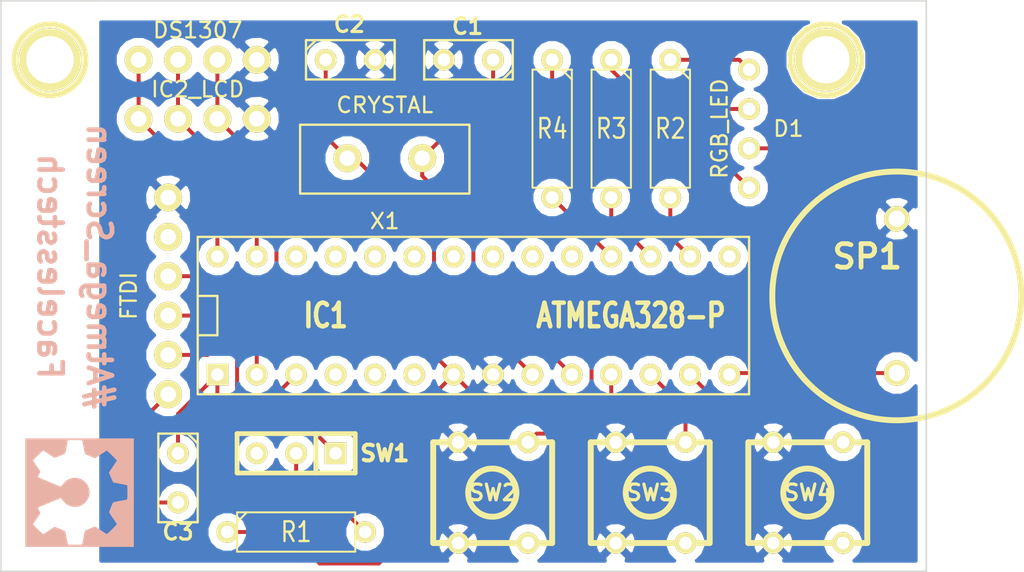
<source format=kicad_pcb>
(kicad_pcb (version 3) (host pcbnew "(2013-07-07 BZR 4022)-stable")

  (general
    (links 44)
    (no_connects 3)
    (area 107.535001 30.353 178.017348 75.2729)
    (thickness 1.6)
    (drawings 7)
    (tracks 97)
    (zones 0)
    (modules 21)
    (nets 22)
  )

  (page A3)
  (layers
    (15 F.Cu signal)
    (0 B.Cu signal)
    (16 B.Adhes user)
    (17 F.Adhes user)
    (18 B.Paste user)
    (19 F.Paste user)
    (20 B.SilkS user)
    (21 F.SilkS user)
    (22 B.Mask user)
    (23 F.Mask user)
    (24 Dwgs.User user)
    (25 Cmts.User user)
    (26 Eco1.User user)
    (27 Eco2.User user)
    (28 Edge.Cuts user)
  )

  (setup
    (last_trace_width 0.254)
    (trace_clearance 0.254)
    (zone_clearance 0.508)
    (zone_45_only no)
    (trace_min 0.254)
    (segment_width 0.4)
    (edge_width 0.1)
    (via_size 0.889)
    (via_drill 0.635)
    (via_min_size 0.889)
    (via_min_drill 0.508)
    (uvia_size 0.508)
    (uvia_drill 0.127)
    (uvias_allowed no)
    (uvia_min_size 0.508)
    (uvia_min_drill 0.127)
    (pcb_text_width 0.3)
    (pcb_text_size 1.5 1.5)
    (mod_edge_width 0.15)
    (mod_text_size 1 1)
    (mod_text_width 0.15)
    (pad_size 4.064 4.064)
    (pad_drill 3.048)
    (pad_to_mask_clearance 0)
    (aux_axis_origin 0 0)
    (visible_elements 7FFFFFFF)
    (pcbplotparams
      (layerselection 284196865)
      (usegerberextensions true)
      (excludeedgelayer true)
      (linewidth 0.150000)
      (plotframeref false)
      (viasonmask false)
      (mode 1)
      (useauxorigin false)
      (hpglpennumber 1)
      (hpglpenspeed 20)
      (hpglpendiameter 15)
      (hpglpenoverlay 2)
      (psnegative false)
      (psa4output false)
      (plotreference true)
      (plotvalue true)
      (plotothertext true)
      (plotinvisibletext false)
      (padsonsilk false)
      (subtractmaskfromsilk false)
      (outputformat 1)
      (mirror false)
      (drillshape 0)
      (scaleselection 1)
      (outputdirectory ""))
  )

  (net 0 "")
  (net 1 N-000001)
  (net 2 N-0000010)
  (net 3 N-0000011)
  (net 4 N-0000012)
  (net 5 N-0000013)
  (net 6 N-0000014)
  (net 7 N-0000015)
  (net 8 N-0000019)
  (net 9 N-000002)
  (net 10 N-0000021)
  (net 11 N-0000025)
  (net 12 N-0000026)
  (net 13 N-0000027)
  (net 14 N-000003)
  (net 15 N-0000035)
  (net 16 N-000004)
  (net 17 N-000005)
  (net 18 N-000006)
  (net 19 N-000007)
  (net 20 N-000008)
  (net 21 N-000009)

  (net_class Default "This is the default net class."
    (clearance 0.254)
    (trace_width 0.254)
    (via_dia 0.889)
    (via_drill 0.635)
    (uvia_dia 0.508)
    (uvia_drill 0.127)
    (add_net "")
    (add_net N-000001)
    (add_net N-0000010)
    (add_net N-0000011)
    (add_net N-0000012)
    (add_net N-0000013)
    (add_net N-0000014)
    (add_net N-0000015)
    (add_net N-0000019)
    (add_net N-000002)
    (add_net N-0000021)
    (add_net N-0000025)
    (add_net N-0000026)
    (add_net N-0000027)
    (add_net N-000003)
    (add_net N-0000035)
    (add_net N-000004)
    (add_net N-000005)
    (add_net N-000006)
    (add_net N-000007)
    (add_net N-000008)
    (add_net N-000009)
  )

  (module R3-5 (layer F.Cu) (tedit 53974BC0) (tstamp 5390C0C5)
    (at 130.81 64.77)
    (path /538F459B)
    (fp_text reference R1 (at 0 0) (layer F.SilkS)
      (effects (font (size 1.27 1.016) (thickness 0.1524)))
    )
    (fp_text value 120 (at 0 0) (layer F.SilkS) hide
      (effects (font (size 1.27 1.016) (thickness 0.1524)))
    )
    (fp_line (start -3.81 -0.635) (end -3.81 1.27) (layer F.SilkS) (width 0.127))
    (fp_line (start -3.81 1.27) (end 3.81 1.27) (layer F.SilkS) (width 0.127))
    (fp_line (start 3.81 1.27) (end 3.81 -1.27) (layer F.SilkS) (width 0.127))
    (fp_line (start 3.81 -1.27) (end -3.81 -1.27) (layer F.SilkS) (width 0.127))
    (fp_line (start -3.81 -1.27) (end -3.81 -0.635) (layer F.SilkS) (width 0.127))
    (fp_line (start -4.445 0) (end -3.81 0) (layer F.SilkS) (width 0.127))
    (fp_line (start 3.81 0) (end 4.445 0) (layer F.SilkS) (width 0.127))
    (fp_line (start -3.81 -0.635) (end -3.175 -1.27) (layer F.SilkS) (width 0.127))
    (pad 1 thru_hole circle (at -4.445 0) (size 1.397 1.397) (drill 0.8128)
      (layers *.Cu *.Mask F.SilkS)
      (net 11 N-0000025)
    )
    (pad 2 thru_hole circle (at 4.445 0) (size 1.397 1.397) (drill 0.8128)
      (layers *.Cu *.Mask F.SilkS)
      (net 14 N-000003)
    )
    (model discret/resistor.wrl
      (at (xyz 0 0 0))
      (scale (xyz 0.35 0.35 0.3))
      (rotate (xyz 0 0 0))
    )
  )

  (module R3-5 (layer F.Cu) (tedit 53974BF4) (tstamp 5390C0D3)
    (at 154.94 38.735 270)
    (path /538F768C)
    (fp_text reference R2 (at 0 0 360) (layer F.SilkS)
      (effects (font (size 1.27 1.016) (thickness 0.1524)))
    )
    (fp_text value 220 (at 0 0 270) (layer F.SilkS) hide
      (effects (font (size 1.27 1.016) (thickness 0.1524)))
    )
    (fp_line (start -3.81 -0.635) (end -3.81 1.27) (layer F.SilkS) (width 0.127))
    (fp_line (start -3.81 1.27) (end 3.81 1.27) (layer F.SilkS) (width 0.127))
    (fp_line (start 3.81 1.27) (end 3.81 -1.27) (layer F.SilkS) (width 0.127))
    (fp_line (start 3.81 -1.27) (end -3.81 -1.27) (layer F.SilkS) (width 0.127))
    (fp_line (start -3.81 -1.27) (end -3.81 -0.635) (layer F.SilkS) (width 0.127))
    (fp_line (start -4.445 0) (end -3.81 0) (layer F.SilkS) (width 0.127))
    (fp_line (start 3.81 0) (end 4.445 0) (layer F.SilkS) (width 0.127))
    (fp_line (start -3.81 -0.635) (end -3.175 -1.27) (layer F.SilkS) (width 0.127))
    (pad 1 thru_hole circle (at -4.445 0 270) (size 1.397 1.397) (drill 0.8128)
      (layers *.Cu *.Mask F.SilkS)
      (net 4 N-0000012)
    )
    (pad 2 thru_hole circle (at 4.445 0 270) (size 1.397 1.397) (drill 0.8128)
      (layers *.Cu *.Mask F.SilkS)
      (net 6 N-0000014)
    )
    (model discret/resistor.wrl
      (at (xyz 0 0 0))
      (scale (xyz 0.35 0.35 0.3))
      (rotate (xyz 0 0 0))
    )
  )

  (module R3-5 (layer F.Cu) (tedit 53974BF2) (tstamp 5390C0E1)
    (at 151.13 38.735 270)
    (path /538F7686)
    (fp_text reference R3 (at 0 0 360) (layer F.SilkS)
      (effects (font (size 1.27 1.016) (thickness 0.1524)))
    )
    (fp_text value 220 (at 0 0 270) (layer F.SilkS) hide
      (effects (font (size 1.27 1.016) (thickness 0.1524)))
    )
    (fp_line (start -3.81 -0.635) (end -3.81 1.27) (layer F.SilkS) (width 0.127))
    (fp_line (start -3.81 1.27) (end 3.81 1.27) (layer F.SilkS) (width 0.127))
    (fp_line (start 3.81 1.27) (end 3.81 -1.27) (layer F.SilkS) (width 0.127))
    (fp_line (start 3.81 -1.27) (end -3.81 -1.27) (layer F.SilkS) (width 0.127))
    (fp_line (start -3.81 -1.27) (end -3.81 -0.635) (layer F.SilkS) (width 0.127))
    (fp_line (start -4.445 0) (end -3.81 0) (layer F.SilkS) (width 0.127))
    (fp_line (start 3.81 0) (end 4.445 0) (layer F.SilkS) (width 0.127))
    (fp_line (start -3.81 -0.635) (end -3.175 -1.27) (layer F.SilkS) (width 0.127))
    (pad 1 thru_hole circle (at -4.445 0 270) (size 1.397 1.397) (drill 0.8128)
      (layers *.Cu *.Mask F.SilkS)
      (net 5 N-0000013)
    )
    (pad 2 thru_hole circle (at 4.445 0 270) (size 1.397 1.397) (drill 0.8128)
      (layers *.Cu *.Mask F.SilkS)
      (net 7 N-0000015)
    )
    (model discret/resistor.wrl
      (at (xyz 0 0 0))
      (scale (xyz 0.35 0.35 0.3))
      (rotate (xyz 0 0 0))
    )
  )

  (module R3-5 (layer F.Cu) (tedit 53974BF0) (tstamp 5390C0EF)
    (at 147.32 38.735 270)
    (path /538F7679)
    (fp_text reference R4 (at 0 0 360) (layer F.SilkS)
      (effects (font (size 1.27 1.016) (thickness 0.1524)))
    )
    (fp_text value 220 (at 0 0 270) (layer F.SilkS) hide
      (effects (font (size 1.27 1.016) (thickness 0.1524)))
    )
    (fp_line (start -3.81 -0.635) (end -3.81 1.27) (layer F.SilkS) (width 0.127))
    (fp_line (start -3.81 1.27) (end 3.81 1.27) (layer F.SilkS) (width 0.127))
    (fp_line (start 3.81 1.27) (end 3.81 -1.27) (layer F.SilkS) (width 0.127))
    (fp_line (start 3.81 -1.27) (end -3.81 -1.27) (layer F.SilkS) (width 0.127))
    (fp_line (start -3.81 -1.27) (end -3.81 -0.635) (layer F.SilkS) (width 0.127))
    (fp_line (start -4.445 0) (end -3.81 0) (layer F.SilkS) (width 0.127))
    (fp_line (start 3.81 0) (end 4.445 0) (layer F.SilkS) (width 0.127))
    (fp_line (start -3.81 -0.635) (end -3.175 -1.27) (layer F.SilkS) (width 0.127))
    (pad 1 thru_hole circle (at -4.445 0 270) (size 1.397 1.397) (drill 0.8128)
      (layers *.Cu *.Mask F.SilkS)
      (net 15 N-0000035)
    )
    (pad 2 thru_hole circle (at 4.445 0 270) (size 1.397 1.397) (drill 0.8128)
      (layers *.Cu *.Mask F.SilkS)
      (net 17 N-000005)
    )
    (model discret/resistor.wrl
      (at (xyz 0 0 0))
      (scale (xyz 0.35 0.35 0.3))
      (rotate (xyz 0 0 0))
    )
  )

  (module SW_PUSH_SMALL_OBR (layer F.Cu) (tedit 53974B78) (tstamp 5391F532)
    (at 143.51 62.23 90)
    (path /538F56BB)
    (fp_text reference SW2 (at 0 0 180) (layer F.SilkS)
      (effects (font (size 1.016 1.016) (thickness 0.2032)))
    )
    (fp_text value SW_PUSH (at 0 5.461 90) (layer F.SilkS) hide
      (effects (font (size 1.016 1.016) (thickness 0.2032)))
    )
    (fp_circle (center 0 -0.0508) (end 1.2192 0.9144) (layer F.SilkS) (width 0.381))
    (fp_line (start -3.2512 3.81) (end 3.2512 3.81) (layer F.SilkS) (width 0.381))
    (fp_line (start -3.2512 -3.8608) (end 3.2512 -3.8608) (layer F.SilkS) (width 0.381))
    (fp_line (start -3.2512 -3.8608) (end -3.2512 3.81) (layer F.SilkS) (width 0.381))
    (fp_line (start 3.2512 -3.8608) (end 3.2512 3.81) (layer F.SilkS) (width 0.381))
    (pad 1 thru_hole circle (at 3.2512 -2.25044 90) (size 1.397 1.397) (drill 0.8128)
      (layers *.Cu *.Mask F.SilkS)
      (net 18 N-000006)
    )
    (pad 2 thru_hole circle (at 3.2512 2.25044 90) (size 1.397 1.397) (drill 0.8128)
      (layers *.Cu *.Mask F.SilkS)
      (net 21 N-000009)
    )
    (pad 1 thru_hole circle (at -3.2512 -2.25044 90) (size 1.397 1.397) (drill 0.8128)
      (layers *.Cu *.Mask F.SilkS)
      (net 18 N-000006)
    )
    (pad 2 thru_hole circle (at -3.2512 2.25044 90) (size 1.397 1.397) (drill 0.8128)
      (layers *.Cu *.Mask F.SilkS)
      (net 21 N-000009)
    )
  )

  (module SW_PUSH_SMALL_OBR (layer F.Cu) (tedit 53974B8B) (tstamp 5391F53F)
    (at 153.67 62.23 90)
    (path /538F6DDB)
    (fp_text reference SW3 (at 0 0 180) (layer F.SilkS)
      (effects (font (size 1.016 1.016) (thickness 0.2032)))
    )
    (fp_text value SW_PUSH (at 0 5.461 90) (layer F.SilkS) hide
      (effects (font (size 1.016 1.016) (thickness 0.2032)))
    )
    (fp_circle (center 0 -0.0508) (end 1.2192 0.9144) (layer F.SilkS) (width 0.381))
    (fp_line (start -3.2512 3.81) (end 3.2512 3.81) (layer F.SilkS) (width 0.381))
    (fp_line (start -3.2512 -3.8608) (end 3.2512 -3.8608) (layer F.SilkS) (width 0.381))
    (fp_line (start -3.2512 -3.8608) (end -3.2512 3.81) (layer F.SilkS) (width 0.381))
    (fp_line (start 3.2512 -3.8608) (end 3.2512 3.81) (layer F.SilkS) (width 0.381))
    (pad 1 thru_hole circle (at 3.2512 -2.25044 90) (size 1.397 1.397) (drill 0.8128)
      (layers *.Cu *.Mask F.SilkS)
      (net 18 N-000006)
    )
    (pad 2 thru_hole circle (at 3.2512 2.25044 90) (size 1.397 1.397) (drill 0.8128)
      (layers *.Cu *.Mask F.SilkS)
      (net 2 N-0000010)
    )
    (pad 1 thru_hole circle (at -3.2512 -2.25044 90) (size 1.397 1.397) (drill 0.8128)
      (layers *.Cu *.Mask F.SilkS)
      (net 18 N-000006)
    )
    (pad 2 thru_hole circle (at -3.2512 2.25044 90) (size 1.397 1.397) (drill 0.8128)
      (layers *.Cu *.Mask F.SilkS)
      (net 2 N-0000010)
    )
  )

  (module SW_PUSH_SMALL_OBR (layer F.Cu) (tedit 53974B8F) (tstamp 5391F54C)
    (at 163.83 62.23 90)
    (path /538F6DE1)
    (fp_text reference SW4 (at 0 0 180) (layer F.SilkS)
      (effects (font (size 1.016 1.016) (thickness 0.2032)))
    )
    (fp_text value SW_PUSH (at 0 5.461 90) (layer F.SilkS) hide
      (effects (font (size 1.016 1.016) (thickness 0.2032)))
    )
    (fp_circle (center 0 -0.0508) (end 1.2192 0.9144) (layer F.SilkS) (width 0.381))
    (fp_line (start -3.2512 3.81) (end 3.2512 3.81) (layer F.SilkS) (width 0.381))
    (fp_line (start -3.2512 -3.8608) (end 3.2512 -3.8608) (layer F.SilkS) (width 0.381))
    (fp_line (start -3.2512 -3.8608) (end -3.2512 3.81) (layer F.SilkS) (width 0.381))
    (fp_line (start 3.2512 -3.8608) (end 3.2512 3.81) (layer F.SilkS) (width 0.381))
    (pad 1 thru_hole circle (at 3.2512 -2.25044 90) (size 1.397 1.397) (drill 0.8128)
      (layers *.Cu *.Mask F.SilkS)
      (net 18 N-000006)
    )
    (pad 2 thru_hole circle (at 3.2512 2.25044 90) (size 1.397 1.397) (drill 0.8128)
      (layers *.Cu *.Mask F.SilkS)
      (net 3 N-0000011)
    )
    (pad 1 thru_hole circle (at -3.2512 -2.25044 90) (size 1.397 1.397) (drill 0.8128)
      (layers *.Cu *.Mask F.SilkS)
      (net 18 N-000006)
    )
    (pad 2 thru_hole circle (at -3.2512 2.25044 90) (size 1.397 1.397) (drill 0.8128)
      (layers *.Cu *.Mask F.SilkS)
      (net 3 N-0000011)
    )
  )

  (module Piezo_buzz_TH (layer F.Cu) (tedit 53974BD9) (tstamp 5391F553)
    (at 169.545 49.53 270)
    (path /538F4DBC)
    (fp_text reference SP1 (at -2.54 1.905 360) (layer F.SilkS)
      (effects (font (size 1.524 1.524) (thickness 0.3048)))
    )
    (fp_text value SPEAKER (at 1.27 4.445 360) (layer F.SilkS) hide
      (effects (font (size 1.524 1.524) (thickness 0.3048)))
    )
    (fp_circle (center 0 0) (end 8.0264 0.1524) (layer F.SilkS) (width 0.381))
    (pad 1 thru_hole circle (at -4.9784 0 270) (size 1.651 1.651) (drill 1.04902)
      (layers *.Cu *.Mask F.SilkS)
      (net 18 N-000006)
    )
    (pad 2 thru_hole circle (at 4.9784 0 270) (size 1.651 1.651) (drill 1.04902)
      (layers *.Cu *.Mask F.SilkS)
      (net 16 N-000004)
    )
  )

  (module MICROSWITCH_SPST (layer F.Cu) (tedit 53974BA1) (tstamp 5391F55F)
    (at 130.81 59.69 180)
    (descr "Connecteur 3 pins")
    (tags "CONN DEV")
    (path /538E1EB6)
    (fp_text reference SW1 (at -5.715 0 180) (layer F.SilkS)
      (effects (font (size 1.016 1.016) (thickness 0.254)))
    )
    (fp_text value SWITCH_INV (at 0 -2.54 180) (layer F.SilkS) hide
      (effects (font (size 1.016 1.016) (thickness 0.254)))
    )
    (fp_line (start -3.81 1.27) (end -3.81 -1.27) (layer F.SilkS) (width 0.3048))
    (fp_line (start -3.81 -1.27) (end 3.81 -1.27) (layer F.SilkS) (width 0.3048))
    (fp_line (start 3.81 -1.27) (end 3.81 1.27) (layer F.SilkS) (width 0.3048))
    (fp_line (start 3.81 1.27) (end -3.81 1.27) (layer F.SilkS) (width 0.3048))
    (fp_line (start -1.27 -1.27) (end -1.27 1.27) (layer F.SilkS) (width 0.3048))
    (pad 1 thru_hole rect (at -2.54 0 180) (size 1.397 1.397) (drill 0.8128)
      (layers *.Cu *.Mask F.SilkS)
      (net 8 N-0000019)
    )
    (pad 2 thru_hole circle (at 0 0 180) (size 1.397 1.397) (drill 0.8128)
      (layers *.Cu *.Mask F.SilkS)
      (net 14 N-000003)
    )
    (pad 3 thru_hole circle (at 2.54 0 180) (size 1.397 1.397) (drill 0.8128)
      (layers *.Cu *.Mask F.SilkS)
    )
    (model device/switch_slide_straight_terminal.wrl
      (at (xyz 0 0 0))
      (scale (xyz 0.33 0.33 0.33))
      (rotate (xyz 0 0 0))
    )
  )

  (module DIP-28_Socket (layer F.Cu) (tedit 5391DFF6) (tstamp 5391F586)
    (at 142.24 50.8)
    (descr "28 pins DIL package, round pads, width 300mil")
    (tags DIL)
    (path /538CF114)
    (fp_text reference IC1 (at -9.525 0) (layer F.SilkS)
      (effects (font (size 1.524 1.143) (thickness 0.3048)))
    )
    (fp_text value ATMEGA328-P (at 10.16 0) (layer F.SilkS)
      (effects (font (size 1.524 1.143) (thickness 0.28575)))
    )
    (fp_line (start 17.78 5.08) (end -17.78 5.08) (layer F.SilkS) (width 0.15))
    (fp_line (start -17.78 -5.08) (end 17.78 -5.08) (layer F.SilkS) (width 0.15))
    (fp_line (start 17.78 -5.08) (end 17.78 5.08) (layer F.SilkS) (width 0.15))
    (fp_line (start -16.51 -1.27) (end -16.51 1.27) (layer F.SilkS) (width 0.15))
    (fp_line (start -16.51 1.27) (end -17.78 1.27) (layer F.SilkS) (width 0.15))
    (fp_line (start -17.78 -1.27) (end -16.51 -1.27) (layer F.SilkS) (width 0.15))
    (fp_line (start -17.78 -5.08) (end -17.78 5.08) (layer F.SilkS) (width 0.15))
    (pad 2 thru_hole circle (at -13.97 3.81) (size 1.397 1.397) (drill 0.8128)
      (layers *.Cu *.Mask F.SilkS)
      (net 10 N-0000021)
    )
    (pad 3 thru_hole circle (at -11.43 3.81) (size 1.397 1.397) (drill 0.8128)
      (layers *.Cu *.Mask F.SilkS)
      (net 1 N-000001)
    )
    (pad 4 thru_hole circle (at -8.89 3.81) (size 1.397 1.397) (drill 0.8128)
      (layers *.Cu *.Mask F.SilkS)
    )
    (pad 5 thru_hole circle (at -6.35 3.81) (size 1.397 1.397) (drill 0.8128)
      (layers *.Cu *.Mask F.SilkS)
    )
    (pad 6 thru_hole circle (at -3.81 3.81) (size 1.397 1.397) (drill 0.8128)
      (layers *.Cu *.Mask F.SilkS)
    )
    (pad 7 thru_hole circle (at -1.27 3.81) (size 1.397 1.397) (drill 0.8128)
      (layers *.Cu *.Mask F.SilkS)
      (net 11 N-0000025)
    )
    (pad 8 thru_hole circle (at 1.27 3.81) (size 1.397 1.397) (drill 0.8128)
      (layers *.Cu *.Mask F.SilkS)
      (net 18 N-000006)
    )
    (pad 9 thru_hole circle (at 3.81 3.81) (size 1.397 1.397) (drill 0.8128)
      (layers *.Cu *.Mask F.SilkS)
      (net 12 N-0000026)
    )
    (pad 10 thru_hole circle (at 6.35 3.81) (size 1.397 1.397) (drill 0.8128)
      (layers *.Cu *.Mask F.SilkS)
      (net 13 N-0000027)
    )
    (pad 11 thru_hole circle (at 8.89 3.81) (size 1.397 1.397) (drill 0.8128)
      (layers *.Cu *.Mask F.SilkS)
      (net 21 N-000009)
    )
    (pad 12 thru_hole circle (at 11.43 3.81) (size 1.397 1.397) (drill 0.8128)
      (layers *.Cu *.Mask F.SilkS)
      (net 2 N-0000010)
    )
    (pad 13 thru_hole circle (at 13.97 3.81) (size 1.397 1.397) (drill 0.8128)
      (layers *.Cu *.Mask F.SilkS)
      (net 3 N-0000011)
    )
    (pad 14 thru_hole circle (at 16.51 3.81) (size 1.397 1.397) (drill 0.8128)
      (layers *.Cu *.Mask F.SilkS)
      (net 16 N-000004)
    )
    (pad 1 thru_hole rect (at -16.51 3.81) (size 1.397 1.397) (drill 0.8128)
      (layers *.Cu *.Mask F.SilkS)
      (net 8 N-0000019)
    )
    (pad 15 thru_hole circle (at 16.51 -3.81) (size 1.397 1.397) (drill 0.8128)
      (layers *.Cu *.Mask F.SilkS)
    )
    (pad 16 thru_hole circle (at 13.97 -3.81) (size 1.397 1.397) (drill 0.8128)
      (layers *.Cu *.Mask F.SilkS)
      (net 6 N-0000014)
    )
    (pad 17 thru_hole circle (at 11.43 -3.81) (size 1.397 1.397) (drill 0.8128)
      (layers *.Cu *.Mask F.SilkS)
      (net 7 N-0000015)
    )
    (pad 18 thru_hole circle (at 8.89 -3.81) (size 1.397 1.397) (drill 0.8128)
      (layers *.Cu *.Mask F.SilkS)
      (net 17 N-000005)
    )
    (pad 19 thru_hole circle (at 6.35 -3.81) (size 1.397 1.397) (drill 0.8128)
      (layers *.Cu *.Mask F.SilkS)
    )
    (pad 20 thru_hole circle (at 3.81 -3.81) (size 1.397 1.397) (drill 0.8128)
      (layers *.Cu *.Mask F.SilkS)
    )
    (pad 21 thru_hole circle (at 1.27 -3.81) (size 1.397 1.397) (drill 0.8128)
      (layers *.Cu *.Mask F.SilkS)
    )
    (pad 22 thru_hole circle (at -1.27 -3.81) (size 1.397 1.397) (drill 0.8128)
      (layers *.Cu *.Mask F.SilkS)
    )
    (pad 23 thru_hole circle (at -3.81 -3.81) (size 1.397 1.397) (drill 0.8128)
      (layers *.Cu *.Mask F.SilkS)
    )
    (pad 24 thru_hole circle (at -6.35 -3.81) (size 1.397 1.397) (drill 0.8128)
      (layers *.Cu *.Mask F.SilkS)
    )
    (pad 25 thru_hole circle (at -8.89 -3.81) (size 1.397 1.397) (drill 0.8128)
      (layers *.Cu *.Mask F.SilkS)
    )
    (pad 26 thru_hole circle (at -11.43 -3.81) (size 1.397 1.397) (drill 0.8128)
      (layers *.Cu *.Mask F.SilkS)
    )
    (pad 27 thru_hole circle (at -13.97 -3.81) (size 1.397 1.397) (drill 0.8128)
      (layers *.Cu *.Mask F.SilkS)
      (net 20 N-000008)
    )
    (pad 28 thru_hole circle (at -16.51 -3.81) (size 1.397 1.397) (drill 0.8128)
      (layers *.Cu *.Mask F.SilkS)
      (net 9 N-000002)
    )
    (model dil/dil_28-w300.wrl
      (at (xyz 0 0 0))
      (scale (xyz 1 1 1))
      (rotate (xyz 0 0 0))
    )
  )

  (module C_3mm (layer F.Cu) (tedit 53974C1B) (tstamp 5391E56A)
    (at 142.24 34.29 180)
    (descr "Condensateur e = 1 pas")
    (tags C)
    (path /538F385D)
    (fp_text reference C1 (at 0.381 2.159 180) (layer F.SilkS)
      (effects (font (size 1.016 1.016) (thickness 0.2032)))
    )
    (fp_text value 10 (at 0 -2.286 180) (layer F.SilkS) hide
      (effects (font (size 1.016 1.016) (thickness 0.2032)))
    )
    (fp_line (start 3.175 1.27) (end -2.54 1.27) (layer F.SilkS) (width 0.15))
    (fp_line (start 3.175 -1.27) (end 3.175 1.27) (layer F.SilkS) (width 0.15))
    (fp_line (start 3.175 1.27) (end 3.175 -1.27) (layer F.SilkS) (width 0.15))
    (fp_line (start 3.175 -1.27) (end -2.54 -1.27) (layer F.SilkS) (width 0.15))
    (fp_line (start -2.54 1.27) (end -2.54 -1.27) (layer F.SilkS) (width 0.15))
    (fp_line (start -2.54 -0.635) (end -1.905 -1.27) (layer F.SilkS) (width 0.15))
    (pad 1 thru_hole circle (at -1.27 0 180) (size 1.397 1.397) (drill 0.8128)
      (layers *.Cu *.Mask F.SilkS)
      (net 13 N-0000027)
    )
    (pad 2 thru_hole circle (at 1.905 0 180) (size 1.397 1.397) (drill 0.8128)
      (layers *.Cu *.Mask F.SilkS)
      (net 18 N-000006)
    )
    (model discret/capa_1_pas.wrl
      (at (xyz 0 0 0))
      (scale (xyz 1 1 1))
      (rotate (xyz 0 0 0))
    )
  )

  (module C_3mm (layer F.Cu) (tedit 5391E4B5) (tstamp 5391E576)
    (at 133.985 34.29)
    (descr "Condensateur e = 1 pas")
    (tags C)
    (path /538F3D46)
    (fp_text reference C2 (at 0.254 -2.286) (layer F.SilkS)
      (effects (font (size 1.016 1.016) (thickness 0.2032)))
    )
    (fp_text value 10 (at 0 -2.286) (layer F.SilkS) hide
      (effects (font (size 1.016 1.016) (thickness 0.2032)))
    )
    (fp_line (start 3.175 1.27) (end -2.54 1.27) (layer F.SilkS) (width 0.15))
    (fp_line (start 3.175 -1.27) (end 3.175 1.27) (layer F.SilkS) (width 0.15))
    (fp_line (start 3.175 1.27) (end 3.175 -1.27) (layer F.SilkS) (width 0.15))
    (fp_line (start 3.175 -1.27) (end -2.54 -1.27) (layer F.SilkS) (width 0.15))
    (fp_line (start -2.54 1.27) (end -2.54 -1.27) (layer F.SilkS) (width 0.15))
    (fp_line (start -2.54 -0.635) (end -1.905 -1.27) (layer F.SilkS) (width 0.15))
    (pad 1 thru_hole circle (at -1.27 0) (size 1.397 1.397) (drill 0.8128)
      (layers *.Cu *.Mask F.SilkS)
      (net 12 N-0000026)
    )
    (pad 2 thru_hole circle (at 1.905 0) (size 1.397 1.397) (drill 0.8128)
      (layers *.Cu *.Mask F.SilkS)
      (net 18 N-000006)
    )
    (model discret/capa_1_pas.wrl
      (at (xyz 0 0 0))
      (scale (xyz 1 1 1))
      (rotate (xyz 0 0 0))
    )
  )

  (module C_3mm (layer F.Cu) (tedit 53974BB6) (tstamp 5391E608)
    (at 123.19 60.96 270)
    (descr "Condensateur e = 1 pas")
    (tags C)
    (path /538E1697)
    (fp_text reference C3 (at 3.81 0 360) (layer F.SilkS)
      (effects (font (size 1.016 1.016) (thickness 0.2032)))
    )
    (fp_text value 10 (at 0 -2.286 270) (layer F.SilkS) hide
      (effects (font (size 1.016 1.016) (thickness 0.2032)))
    )
    (fp_line (start 3.175 1.27) (end -2.54 1.27) (layer F.SilkS) (width 0.15))
    (fp_line (start 3.175 -1.27) (end 3.175 1.27) (layer F.SilkS) (width 0.15))
    (fp_line (start 3.175 1.27) (end 3.175 -1.27) (layer F.SilkS) (width 0.15))
    (fp_line (start 3.175 -1.27) (end -2.54 -1.27) (layer F.SilkS) (width 0.15))
    (fp_line (start -2.54 1.27) (end -2.54 -1.27) (layer F.SilkS) (width 0.15))
    (fp_line (start -2.54 -0.635) (end -1.905 -1.27) (layer F.SilkS) (width 0.15))
    (pad 1 thru_hole circle (at -1.27 0 270) (size 1.397 1.397) (drill 0.8128)
      (layers *.Cu *.Mask F.SilkS)
      (net 8 N-0000019)
    )
    (pad 2 thru_hole circle (at 1.905 0 270) (size 1.397 1.397) (drill 0.8128)
      (layers *.Cu *.Mask F.SilkS)
      (net 19 N-000007)
    )
    (model discret/capa_1_pas.wrl
      (at (xyz 0 0 0))
      (scale (xyz 1 1 1))
      (rotate (xyz 0 0 0))
    )
  )

  (module FTDI_Board (layer F.Cu) (tedit 53974C44) (tstamp 5391F3C6)
    (at 122.555 49.53 270)
    (path /538E15FA)
    (fp_text reference FTDI1 (at 0 -2.54 270) (layer F.SilkS) hide
      (effects (font (size 1 1) (thickness 0.15)))
    )
    (fp_text value FTDI (at 0 2.54 270) (layer F.SilkS)
      (effects (font (size 1 1) (thickness 0.15)))
    )
    (pad 1 thru_hole circle (at -6.35 0 270) (size 1.8 1.8) (drill 1)
      (layers *.Cu *.Mask F.SilkS)
      (net 18 N-000006)
    )
    (pad 2 thru_hole circle (at -3.81 0 270) (size 1.8 1.8) (drill 1)
      (layers *.Cu *.Mask F.SilkS)
    )
    (pad 3 thru_hole circle (at -1.27 0 270) (size 1.8 1.8) (drill 1)
      (layers *.Cu *.Mask F.SilkS)
      (net 11 N-0000025)
    )
    (pad 4 thru_hole circle (at 1.27 0 270) (size 1.8 1.8) (drill 1)
      (layers *.Cu *.Mask F.SilkS)
      (net 10 N-0000021)
    )
    (pad 5 thru_hole circle (at 3.81 0 270) (size 1.8 1.8) (drill 1)
      (layers *.Cu *.Mask F.SilkS)
      (net 1 N-000001)
    )
    (pad 6 thru_hole circle (at 6.35 0 270) (size 1.8 1.8) (drill 1)
      (layers *.Cu *.Mask F.SilkS)
      (net 19 N-000007)
    )
  )

  (module IC2_LED (layer F.Cu) (tedit 53974C39) (tstamp 5391F560)
    (at 124.46 38.1 180)
    (path /538E1DED)
    (fp_text reference IC2_LCD1 (at 0 -3.81 180) (layer F.SilkS) hide
      (effects (font (size 1 1) (thickness 0.15)))
    )
    (fp_text value IC2_LCD (at 0 1.905 180) (layer F.SilkS)
      (effects (font (size 1 1) (thickness 0.15)))
    )
    (pad 1 thru_hole circle (at -3.81 0 180) (size 1.8 1.8) (drill 1)
      (layers *.Cu *.Mask F.SilkS)
      (net 18 N-000006)
    )
    (pad 2 thru_hole circle (at -1.27 0 180) (size 1.8 1.8) (drill 1)
      (layers *.Cu *.Mask F.SilkS)
      (net 11 N-0000025)
    )
    (pad 3 thru_hole circle (at 1.27 0 180) (size 1.8 1.8) (drill 1)
      (layers *.Cu *.Mask F.SilkS)
      (net 20 N-000008)
    )
    (pad 4 thru_hole circle (at 3.81 0 180) (size 1.8 1.8) (drill 1)
      (layers *.Cu *.Mask F.SilkS)
      (net 9 N-000002)
    )
  )

  (module CRYSTAL_A_S (layer F.Cu) (tedit 5391F893) (tstamp 5391F8C1)
    (at 136.525 40.64 180)
    (path /538F384E)
    (fp_text reference X1 (at 0 -4.064 180) (layer F.SilkS)
      (effects (font (size 1 1) (thickness 0.15)))
    )
    (fp_text value CRYSTAL (at 0 3.429 180) (layer F.SilkS)
      (effects (font (size 1 1) (thickness 0.15)))
    )
    (fp_line (start 5.461 2.159) (end -5.461 2.159) (layer F.SilkS) (width 0.15))
    (fp_line (start -5.461 2.159) (end -5.461 -2.286) (layer F.SilkS) (width 0.15))
    (fp_line (start -5.461 -2.286) (end 5.461 -2.286) (layer F.SilkS) (width 0.15))
    (fp_line (start 5.461 -2.286) (end 5.461 2.159) (layer F.SilkS) (width 0.15))
    (pad 1 thru_hole circle (at -2.413 0 180) (size 1.8 1.8) (drill 1)
      (layers *.Cu *.Mask F.SilkS)
      (net 13 N-0000027)
    )
    (pad 2 thru_hole circle (at 2.413 0 180) (size 1.8 1.8) (drill 1)
      (layers *.Cu *.Mask F.SilkS)
      (net 12 N-0000026)
    )
  )

  (module IC2_DS1307 (layer F.Cu) (tedit 53974C36) (tstamp 53933F32)
    (at 124.46 34.29 180)
    (path /538F3732)
    (fp_text reference U1 (at 0 -3.81 180) (layer F.SilkS) hide
      (effects (font (size 1 1) (thickness 0.15)))
    )
    (fp_text value DS1307 (at 0 1.905 180) (layer F.SilkS)
      (effects (font (size 1 1) (thickness 0.15)))
    )
    (pad 1 thru_hole circle (at -3.81 0 180) (size 1.8 1.8) (drill 1)
      (layers *.Cu *.Mask F.SilkS)
      (net 18 N-000006)
    )
    (pad 2 thru_hole circle (at -1.27 0 180) (size 1.8 1.8) (drill 1)
      (layers *.Cu *.Mask F.SilkS)
      (net 11 N-0000025)
    )
    (pad 3 thru_hole circle (at 1.27 0 180) (size 1.8 1.8) (drill 1)
      (layers *.Cu *.Mask F.SilkS)
      (net 20 N-000008)
    )
    (pad 4 thru_hole circle (at 3.81 0 180) (size 1.8 1.8) (drill 1)
      (layers *.Cu *.Mask F.SilkS)
      (net 9 N-000002)
    )
  )

  (module RGB_LED_Anode (layer F.Cu) (tedit 53974BF7) (tstamp 53966A89)
    (at 160.02 38.735 270)
    (path /538F744F)
    (fp_text reference D1 (at 0 -2.54 360) (layer F.SilkS)
      (effects (font (size 1 1) (thickness 0.15)))
    )
    (fp_text value RGB_LED (at 0 1.905 270) (layer F.SilkS)
      (effects (font (size 1 1) (thickness 0.15)))
    )
    (pad 1 thru_hole circle (at -3.81 0 270) (size 1.397 1.397) (drill 0.8128)
      (layers *.Cu *.Mask F.SilkS)
      (net 4 N-0000012)
    )
    (pad 2 thru_hole circle (at -1.27 0 270) (size 1.397 1.397) (drill 0.8128)
      (layers *.Cu *.Mask F.SilkS)
      (net 5 N-0000013)
    )
    (pad 3 thru_hole circle (at 1.27 0 270) (size 1.397 1.397) (drill 0.8128)
      (layers *.Cu *.Mask F.SilkS)
      (net 11 N-0000025)
    )
    (pad 4 thru_hole circle (at 3.81 0 270) (size 1.397 1.397) (drill 0.8128)
      (layers *.Cu *.Mask F.SilkS)
      (net 15 N-0000035)
    )
  )

  (module 1pin (layer F.Cu) (tedit 53974C3C) (tstamp 53966A20)
    (at 114.935 34.29)
    (descr "module 1 pin (ou trou mecanique de percage)")
    (tags DEV)
    (path 1pin)
    (fp_text reference 1PIN (at 0 -3.048) (layer F.SilkS) hide
      (effects (font (size 1.016 1.016) (thickness 0.254)))
    )
    (fp_text value P*** (at 0 2.794) (layer F.SilkS) hide
      (effects (font (size 1.016 1.016) (thickness 0.254)))
    )
    (fp_circle (center 0 0) (end 0 -2.286) (layer F.SilkS) (width 0.381))
    (pad 1 thru_hole circle (at 0 0) (size 4.064 4.064) (drill 3.048)
      (layers *.Cu *.Mask F.SilkS)
    )
  )

  (module 1pin (layer F.Cu) (tedit 53974BE0) (tstamp 53966A96)
    (at 164.973 34.29)
    (descr "module 1 pin (ou trou mecanique de percage)")
    (tags DEV)
    (path 1pin)
    (fp_text reference 1PIN (at 0 -3.048) (layer F.SilkS) hide
      (effects (font (size 1.016 1.016) (thickness 0.254)))
    )
    (fp_text value P*** (at 0 2.794) (layer F.SilkS) hide
      (effects (font (size 1.016 1.016) (thickness 0.254)))
    )
    (fp_circle (center 0 0) (end 0 -2.286) (layer F.SilkS) (width 0.381))
    (pad 1 thru_hole circle (at 0 0) (size 4.064 4.064) (drill 3.048)
      (layers *.Cu *.Mask F.SilkS)
    )
  )

  (module OSH_final_silks_back (layer F.Cu) (tedit 0) (tstamp 539808C7)
    (at 116.84 62.23 270)
    (fp_text reference VAL (at 0 0 270) (layer F.SilkS) hide
      (effects (font (size 1.143 1.143) (thickness 0.1778)))
    )
    (fp_text value OSH_final_silks_back (at 0 0 270) (layer F.SilkS) hide
      (effects (font (size 1.143 1.143) (thickness 0.1778)))
    )
    (fp_poly (pts (xy -3.50012 3.50012) (xy -3.3909 3.50012) (xy -3.3909 0.4318) (xy -3.3909 0.29464)
      (xy -3.3909 0.14986) (xy -3.3909 0.0381) (xy -3.38836 -0.04572) (xy -3.38582 -0.10414)
      (xy -3.38074 -0.14224) (xy -3.37566 -0.1651) (xy -3.36804 -0.17272) (xy -3.34264 -0.1778)
      (xy -3.2893 -0.1905) (xy -3.21056 -0.20574) (xy -3.1115 -0.22606) (xy -2.99974 -0.24638)
      (xy -2.92608 -0.25908) (xy -2.80924 -0.28194) (xy -2.70256 -0.30226) (xy -2.61366 -0.32004)
      (xy -2.54762 -0.33528) (xy -2.50952 -0.3429) (xy -2.49936 -0.34798) (xy -2.4892 -0.3683)
      (xy -2.46634 -0.41656) (xy -2.43586 -0.48514) (xy -2.4003 -0.56642) (xy -2.3622 -0.65532)
      (xy -2.3241 -0.74676) (xy -2.28854 -0.83312) (xy -2.25806 -0.90678) (xy -2.23774 -0.96266)
      (xy -2.22504 -0.99568) (xy -2.22504 -0.99822) (xy -2.2352 -1.02362) (xy -2.2606 -1.07188)
      (xy -2.30124 -1.13284) (xy -2.33934 -1.19126) (xy -2.4511 -1.34874) (xy -2.54 -1.48082)
      (xy -2.60858 -1.58496) (xy -2.65938 -1.6637) (xy -2.6924 -1.71958) (xy -2.70764 -1.7526)
      (xy -2.71018 -1.75768) (xy -2.69748 -1.778) (xy -2.66446 -1.81864) (xy -2.61366 -1.87452)
      (xy -2.54762 -1.9431) (xy -2.4765 -2.0193) (xy -2.39776 -2.09804) (xy -2.31902 -2.17678)
      (xy -2.24536 -2.25044) (xy -2.17932 -2.31394) (xy -2.12598 -2.36474) (xy -2.08788 -2.39522)
      (xy -2.07264 -2.40538) (xy -2.05232 -2.39522) (xy -2.0066 -2.36728) (xy -1.94056 -2.32664)
      (xy -1.85928 -2.27076) (xy -1.76276 -2.20726) (xy -1.68656 -2.15392) (xy -1.58242 -2.08534)
      (xy -1.49098 -2.02184) (xy -1.41224 -1.97104) (xy -1.35128 -1.93294) (xy -1.31064 -1.91008)
      (xy -1.29794 -1.90246) (xy -1.27254 -1.91008) (xy -1.2192 -1.92786) (xy -1.14808 -1.9558)
      (xy -1.06426 -1.99136) (xy -0.97282 -2.02692) (xy -0.88392 -2.06756) (xy -0.80264 -2.10312)
      (xy -0.73406 -2.13614) (xy -0.6858 -2.159) (xy -0.66294 -2.17424) (xy -0.66294 -2.17424)
      (xy -0.65532 -2.19964) (xy -0.64262 -2.25298) (xy -0.62738 -2.33172) (xy -0.60706 -2.43078)
      (xy -0.58674 -2.54254) (xy -0.57404 -2.6035) (xy -0.55372 -2.72034) (xy -0.53086 -2.82956)
      (xy -0.51308 -2.921) (xy -0.49784 -2.99212) (xy -0.48768 -3.03784) (xy -0.48514 -3.048)
      (xy -0.47752 -3.0607) (xy -0.4699 -3.06832) (xy -0.45212 -3.07594) (xy -0.42418 -3.08102)
      (xy -0.381 -3.08356) (xy -0.3175 -3.0861) (xy -0.2286 -3.0861) (xy -0.11176 -3.08864)
      (xy -0.02032 -3.08864) (xy 0.10922 -3.0861) (xy 0.22352 -3.0861) (xy 0.3175 -3.08102)
      (xy 0.38862 -3.07848) (xy 0.42926 -3.0734) (xy 0.43942 -3.07086) (xy 0.4445 -3.05054)
      (xy 0.4572 -2.9972) (xy 0.47244 -2.921) (xy 0.49276 -2.82194) (xy 0.51308 -2.71018)
      (xy 0.53086 -2.6162) (xy 0.55372 -2.49682) (xy 0.57658 -2.38506) (xy 0.5969 -2.29108)
      (xy 0.61468 -2.21996) (xy 0.62738 -2.17424) (xy 0.635 -2.16154) (xy 0.6604 -2.14376)
      (xy 0.7112 -2.1209) (xy 0.78232 -2.09042) (xy 0.86614 -2.05486) (xy 0.95758 -2.0193)
      (xy 1.04648 -1.98374) (xy 1.1303 -1.95072) (xy 1.20142 -1.92786) (xy 1.25222 -1.91262)
      (xy 1.27508 -1.90754) (xy 1.2954 -1.92024) (xy 1.34366 -1.95072) (xy 1.4097 -1.9939)
      (xy 1.49352 -2.04978) (xy 1.59004 -2.11328) (xy 1.65608 -2.16154) (xy 1.75768 -2.23012)
      (xy 1.84658 -2.29108) (xy 1.92532 -2.34188) (xy 1.98628 -2.37998) (xy 2.02184 -2.4003)
      (xy 2.032 -2.40538) (xy 2.05232 -2.39268) (xy 2.09296 -2.35966) (xy 2.14884 -2.30632)
      (xy 2.21996 -2.23774) (xy 2.30378 -2.15646) (xy 2.36728 -2.09296) (xy 2.47142 -1.98882)
      (xy 2.5527 -1.905) (xy 2.61112 -1.8415) (xy 2.64668 -1.79578) (xy 2.667 -1.7653)
      (xy 2.66954 -1.74752) (xy 2.65684 -1.72466) (xy 2.6289 -1.6764) (xy 2.58318 -1.60528)
      (xy 2.5273 -1.52146) (xy 2.4638 -1.42748) (xy 2.4257 -1.3716) (xy 2.35966 -1.27254)
      (xy 2.2987 -1.1811) (xy 2.2479 -1.10236) (xy 2.21234 -1.04394) (xy 2.19202 -1.00584)
      (xy 2.18948 -0.99568) (xy 2.1971 -0.97028) (xy 2.21488 -0.91948) (xy 2.24282 -0.84836)
      (xy 2.27838 -0.76454) (xy 2.31394 -0.6731) (xy 2.35204 -0.58166) (xy 2.39014 -0.50038)
      (xy 2.42062 -0.42926) (xy 2.44602 -0.37846) (xy 2.45872 -0.35306) (xy 2.45872 -0.35306)
      (xy 2.48158 -0.34544) (xy 2.53238 -0.33274) (xy 2.60858 -0.31496) (xy 2.7051 -0.29464)
      (xy 2.81686 -0.27432) (xy 2.89052 -0.25908) (xy 3.0099 -0.23622) (xy 3.11658 -0.2159)
      (xy 3.20802 -0.19812) (xy 3.27914 -0.18542) (xy 3.32232 -0.17526) (xy 3.33248 -0.17272)
      (xy 3.3401 -0.1524) (xy 3.34772 -0.1016) (xy 3.35026 -0.02794) (xy 3.35534 0.0635)
      (xy 3.35788 0.17018) (xy 3.35788 0.2794) (xy 3.35788 0.39116) (xy 3.35788 0.49784)
      (xy 3.3528 0.59182) (xy 3.34772 0.67056) (xy 3.34264 0.7239) (xy 3.33502 0.7493)
      (xy 3.33502 0.7493) (xy 3.30962 0.75692) (xy 3.25628 0.76962) (xy 3.18008 0.7874)
      (xy 3.08102 0.80772) (xy 2.96926 0.82804) (xy 2.9083 0.84074) (xy 2.794 0.86106)
      (xy 2.68732 0.88392) (xy 2.59842 0.90424) (xy 2.53238 0.91948) (xy 2.49174 0.93218)
      (xy 2.48412 0.93726) (xy 2.47142 0.96012) (xy 2.44856 1.01092) (xy 2.41808 1.08204)
      (xy 2.37998 1.16586) (xy 2.34442 1.25984) (xy 2.30632 1.35382) (xy 2.27076 1.44272)
      (xy 2.24028 1.51892) (xy 2.21996 1.57988) (xy 2.2098 1.61544) (xy 2.20726 1.62052)
      (xy 2.21742 1.64084) (xy 2.24536 1.68656) (xy 2.28854 1.7526) (xy 2.34188 1.83388)
      (xy 2.40538 1.92786) (xy 2.44094 1.97866) (xy 2.50952 2.07772) (xy 2.56794 2.16662)
      (xy 2.6162 2.24536) (xy 2.65176 2.30378) (xy 2.67208 2.33934) (xy 2.67462 2.3495)
      (xy 2.66192 2.36728) (xy 2.6289 2.40792) (xy 2.5781 2.4638) (xy 2.5146 2.53238)
      (xy 2.44094 2.60858) (xy 2.36474 2.68732) (xy 2.286 2.76606) (xy 2.21234 2.83972)
      (xy 2.1463 2.90322) (xy 2.09296 2.95402) (xy 2.0574 2.98704) (xy 2.03962 2.9972)
      (xy 2.02184 2.98704) (xy 1.97866 2.96164) (xy 1.91516 2.91846) (xy 1.83388 2.86512)
      (xy 1.74244 2.80162) (xy 1.68656 2.76352) (xy 1.5875 2.69748) (xy 1.4986 2.63906)
      (xy 1.4224 2.58826) (xy 1.36398 2.5527) (xy 1.32842 2.53238) (xy 1.3208 2.52984)
      (xy 1.2954 2.53746) (xy 1.24714 2.56032) (xy 1.18364 2.5908) (xy 1.14046 2.61366)
      (xy 1.06426 2.65176) (xy 1.01346 2.67462) (xy 0.97536 2.67462) (xy 0.94742 2.65176)
      (xy 0.92202 2.6035) (xy 0.889 2.52222) (xy 0.88392 2.51206) (xy 0.8636 2.4638)
      (xy 0.83312 2.38506) (xy 0.79248 2.286) (xy 0.74422 2.16662) (xy 0.68834 2.03708)
      (xy 0.63246 1.89738) (xy 0.59436 1.80848) (xy 0.53848 1.67386) (xy 0.48768 1.54686)
      (xy 0.4445 1.43764) (xy 0.4064 1.34366) (xy 0.37846 1.27254) (xy 0.36322 1.22682)
      (xy 0.35814 1.21412) (xy 0.37338 1.19126) (xy 0.40894 1.1557) (xy 0.46228 1.11252)
      (xy 0.48514 1.09474) (xy 0.635 0.97028) (xy 0.7493 0.8382) (xy 0.83312 0.6985)
      (xy 0.88646 0.5461) (xy 0.91186 0.37592) (xy 0.9144 0.28448) (xy 0.89916 0.1016)
      (xy 0.8509 -0.06604) (xy 0.76708 -0.22098) (xy 0.65278 -0.36068) (xy 0.6096 -0.40132)
      (xy 0.46482 -0.508) (xy 0.30734 -0.5842) (xy 0.14224 -0.62992) (xy -0.0254 -0.64262)
      (xy -0.19558 -0.62738) (xy -0.35814 -0.57912) (xy -0.51308 -0.50292) (xy -0.65278 -0.3937)
      (xy -0.70104 -0.34798) (xy -0.81534 -0.2032) (xy -0.89408 -0.0508) (xy -0.94234 0.1143)
      (xy -0.95758 0.29464) (xy -0.95758 0.29718) (xy -0.9398 0.47752) (xy -0.89154 0.6477)
      (xy -0.81026 0.80264) (xy -0.69342 0.94488) (xy -0.5461 1.07696) (xy -0.50546 1.10744)
      (xy -0.45212 1.14808) (xy -0.41402 1.18364) (xy -0.39624 1.20904) (xy -0.3937 1.21158)
      (xy -0.40132 1.23698) (xy -0.4191 1.28778) (xy -0.44704 1.35636) (xy -0.48006 1.43764)
      (xy -0.4826 1.4478) (xy -0.51308 1.52146) (xy -0.55626 1.62052) (xy -0.60452 1.7399)
      (xy -0.6604 1.87198) (xy -0.71882 2.01168) (xy -0.7747 2.15138) (xy -0.77978 2.16154)
      (xy -0.83312 2.28854) (xy -0.88138 2.40284) (xy -0.92456 2.50444) (xy -0.96012 2.58572)
      (xy -0.98552 2.64414) (xy -1.00076 2.67716) (xy -1.0033 2.6797) (xy -1.02616 2.6797)
      (xy -1.07188 2.66192) (xy -1.13792 2.63398) (xy -1.17856 2.61366) (xy -1.24968 2.5781)
      (xy -1.3081 2.55016) (xy -1.34874 2.53238) (xy -1.36144 2.52984) (xy -1.38176 2.54)
      (xy -1.42748 2.56794) (xy -1.49352 2.60858) (xy -1.5748 2.66192) (xy -1.66624 2.72542)
      (xy -1.69418 2.7432) (xy -1.78816 2.80924) (xy -1.87706 2.86766) (xy -1.95072 2.91846)
      (xy -2.0066 2.95402) (xy -2.03962 2.97688) (xy -2.0447 2.97942) (xy -2.05994 2.9845)
      (xy -2.07518 2.98196) (xy -2.0955 2.9718) (xy -2.12598 2.95148) (xy -2.16662 2.91338)
      (xy -2.22504 2.86004) (xy -2.2987 2.78638) (xy -2.39776 2.68986) (xy -2.39776 2.68986)
      (xy -2.4892 2.59588) (xy -2.57048 2.51206) (xy -2.63398 2.44348) (xy -2.68224 2.3876)
      (xy -2.7051 2.35458) (xy -2.71018 2.34696) (xy -2.70002 2.32156) (xy -2.67208 2.2733)
      (xy -2.63144 2.20472) (xy -2.57556 2.1209) (xy -2.51206 2.02692) (xy -2.4765 1.97358)
      (xy -2.41046 1.87706) (xy -2.35204 1.78816) (xy -2.30124 1.7145) (xy -2.26568 1.65862)
      (xy -2.24536 1.6256) (xy -2.24282 1.62052) (xy -2.25044 1.59766) (xy -2.26822 1.54686)
      (xy -2.29616 1.47828) (xy -2.32664 1.39446) (xy -2.36474 1.30302) (xy -2.40284 1.21158)
      (xy -2.4384 1.12268) (xy -2.47142 1.04394) (xy -2.49682 0.98552) (xy -2.5146 0.94996)
      (xy -2.51714 0.94488) (xy -2.53238 0.93218) (xy -2.5654 0.92202) (xy -2.6162 0.90678)
      (xy -2.68986 0.889) (xy -2.78638 0.86868) (xy -2.91338 0.84582) (xy -3.07086 0.81534)
      (xy -3.16738 0.79756) (xy -3.24358 0.78486) (xy -3.30708 0.77216) (xy -3.35026 0.762)
      (xy -3.36042 0.75946) (xy -3.37058 0.75438) (xy -3.3782 0.74422) (xy -3.38328 0.71882)
      (xy -3.38582 0.68072) (xy -3.38836 0.6223) (xy -3.3909 0.54102) (xy -3.3909 0.4318)
      (xy -3.3909 3.50012) (xy 0 3.50012) (xy 3.50012 3.50012) (xy 3.50012 0)
      (xy 3.50012 -3.50012) (xy 0 -3.50012) (xy -3.50012 -3.50012) (xy -3.50012 0)
      (xy -3.50012 3.50012) (xy -3.50012 3.50012)) (layer B.SilkS) (width 0.00254))
  )

  (gr_text Facelesstech (at 114.935 47.625 270) (layer B.SilkS)
    (effects (font (size 1.5 1.5) (thickness 0.3)) (justify mirror))
  )
  (gr_text "#Atmega_Screen" (at 118.11 47.625 270) (layer B.SilkS)
    (effects (font (size 1.5 1.5) (thickness 0.3)) (justify mirror))
  )
  (gr_line (start 171.45 67.31) (end 111.76 67.31) (angle 90) (layer Edge.Cuts) (width 0.1))
  (gr_line (start 171.45 30.48) (end 111.76 30.48) (angle 90) (layer Edge.Cuts) (width 0.1))
  (gr_line (start 116.84 30.48) (end 118.11 30.48) (angle 90) (layer Edge.Cuts) (width 0.1))
  (gr_line (start 111.76 67.31) (end 111.76 30.48) (angle 90) (layer Edge.Cuts) (width 0.1))
  (gr_line (start 171.45 30.48) (end 171.45 67.31) (angle 90) (layer Edge.Cuts) (width 0.1))

  (segment (start 122.555 53.34) (end 125.095 53.34) (width 0.254) (layer F.Cu) (net 1))
  (segment (start 128.905 56.515) (end 130.81 54.61) (width 0.254) (layer F.Cu) (net 1) (tstamp 539668F4))
  (segment (start 127.635 56.515) (end 128.905 56.515) (width 0.254) (layer F.Cu) (net 1) (tstamp 539668F3))
  (segment (start 127 55.88) (end 127.635 56.515) (width 0.254) (layer F.Cu) (net 1) (tstamp 539668F2))
  (segment (start 127 53.34) (end 127 55.88) (width 0.254) (layer F.Cu) (net 1) (tstamp 539668F1))
  (segment (start 126.365 52.705) (end 127 53.34) (width 0.254) (layer F.Cu) (net 1) (tstamp 539668F0))
  (segment (start 125.73 52.705) (end 126.365 52.705) (width 0.254) (layer F.Cu) (net 1) (tstamp 539668EF))
  (segment (start 125.095 53.34) (end 125.73 52.705) (width 0.254) (layer F.Cu) (net 1) (tstamp 539668EE))
  (segment (start 155.92044 56.86044) (end 153.67 54.61) (width 0.254) (layer F.Cu) (net 2) (tstamp 53944887))
  (segment (start 155.92044 58.9788) (end 155.92044 56.86044) (width 0.254) (layer F.Cu) (net 2))
  (segment (start 164.3888 58.9788) (end 162.56 57.15) (width 0.254) (layer F.Cu) (net 3) (tstamp 5394487E))
  (segment (start 162.56 57.15) (end 158.75 57.15) (width 0.254) (layer F.Cu) (net 3) (tstamp 53944881))
  (segment (start 158.75 57.15) (end 156.21 54.61) (width 0.254) (layer F.Cu) (net 3) (tstamp 53944883))
  (segment (start 166.08044 58.9788) (end 164.3888 58.9788) (width 0.254) (layer F.Cu) (net 3))
  (segment (start 154.94 34.29) (end 159.385 34.29) (width 0.254) (layer F.Cu) (net 4))
  (segment (start 159.385 34.29) (end 160.02 34.925) (width 0.254) (layer F.Cu) (net 4) (tstamp 539669D7))
  (segment (start 151.13 34.29) (end 151.13 34.925) (width 0.254) (layer F.Cu) (net 5))
  (segment (start 153.67 37.465) (end 160.02 37.465) (width 0.254) (layer F.Cu) (net 5) (tstamp 539669D3))
  (segment (start 151.13 34.925) (end 153.67 37.465) (width 0.254) (layer F.Cu) (net 5) (tstamp 539669D2))
  (segment (start 154.94 43.18) (end 154.94 45.72) (width 0.254) (layer F.Cu) (net 6))
  (segment (start 154.94 45.72) (end 156.21 46.99) (width 0.254) (layer F.Cu) (net 6) (tstamp 539669B4))
  (segment (start 151.13 43.18) (end 151.13 44.45) (width 0.254) (layer F.Cu) (net 7))
  (segment (start 151.13 44.45) (end 153.67 46.99) (width 0.254) (layer F.Cu) (net 7) (tstamp 539669B0))
  (segment (start 123.19 57.15) (end 125.73 54.61) (width 0.254) (layer F.Cu) (net 8) (tstamp 53944628))
  (segment (start 123.19 59.69) (end 123.19 57.15) (width 0.254) (layer F.Cu) (net 8))
  (segment (start 125.73 57.15) (end 127 58.42) (width 0.254) (layer F.Cu) (net 8) (tstamp 539447B5))
  (segment (start 127 58.42) (end 132.08 58.42) (width 0.254) (layer F.Cu) (net 8) (tstamp 539447B7))
  (segment (start 132.08 58.42) (end 133.35 59.69) (width 0.254) (layer F.Cu) (net 8) (tstamp 539447BA))
  (segment (start 125.73 54.61) (end 125.73 57.15) (width 0.254) (layer F.Cu) (net 8))
  (segment (start 120.65 34.29) (end 120.65 38.1) (width 0.254) (layer F.Cu) (net 9))
  (segment (start 120.65 38.1) (end 123.19 40.64) (width 0.254) (layer F.Cu) (net 9))
  (segment (start 125.73 41.91) (end 125.73 46.99) (width 0.254) (layer F.Cu) (net 9) (tstamp 5396691C))
  (segment (start 124.46 40.64) (end 125.73 41.91) (width 0.254) (layer F.Cu) (net 9) (tstamp 5396691B))
  (segment (start 123.19 40.64) (end 124.46 40.64) (width 0.254) (layer F.Cu) (net 9) (tstamp 5396691A))
  (segment (start 122.555 50.8) (end 126.365 50.8) (width 0.254) (layer F.Cu) (net 10))
  (segment (start 128.27 52.705) (end 128.27 54.61) (width 0.254) (layer F.Cu) (net 10) (tstamp 539668E9))
  (segment (start 126.365 50.8) (end 128.27 52.705) (width 0.254) (layer F.Cu) (net 10) (tstamp 539668E7))
  (segment (start 160.02 40.005) (end 161.925 40.005) (width 0.254) (layer F.Cu) (net 11))
  (segment (start 142.875 56.515) (end 140.97 54.61) (width 0.254) (layer F.Cu) (net 11) (tstamp 539669EA))
  (segment (start 148.59 56.515) (end 142.875 56.515) (width 0.254) (layer F.Cu) (net 11) (tstamp 539669E8))
  (segment (start 149.86 55.245) (end 148.59 56.515) (width 0.254) (layer F.Cu) (net 11) (tstamp 539669E6))
  (segment (start 149.86 53.975) (end 149.86 55.245) (width 0.254) (layer F.Cu) (net 11) (tstamp 539669E4))
  (segment (start 151.13 52.705) (end 149.86 53.975) (width 0.254) (layer F.Cu) (net 11) (tstamp 539669E2))
  (segment (start 160.02 52.705) (end 151.13 52.705) (width 0.254) (layer F.Cu) (net 11) (tstamp 539669E0))
  (segment (start 163.83 48.895) (end 160.02 52.705) (width 0.254) (layer F.Cu) (net 11) (tstamp 539669DE))
  (segment (start 163.83 41.91) (end 163.83 48.895) (width 0.254) (layer F.Cu) (net 11) (tstamp 539669DC))
  (segment (start 161.925 40.005) (end 163.83 41.91) (width 0.254) (layer F.Cu) (net 11) (tstamp 539669DA))
  (segment (start 125.73 34.29) (end 125.73 38.1) (width 0.254) (layer F.Cu) (net 11))
  (segment (start 125.73 38.1) (end 129.54 41.91) (width 0.254) (layer F.Cu) (net 11) (tstamp 53966926))
  (segment (start 129.54 41.91) (end 129.54 48.895) (width 0.254) (layer F.Cu) (net 11) (tstamp 53966927))
  (segment (start 129.54 48.895) (end 131.445 50.8) (width 0.254) (layer F.Cu) (net 11) (tstamp 53966929))
  (segment (start 122.555 48.26) (end 125.095 48.26) (width 0.254) (layer F.Cu) (net 11))
  (segment (start 127.635 50.8) (end 131.445 50.8) (width 0.254) (layer F.Cu) (net 11) (tstamp 539668E2))
  (segment (start 131.445 50.8) (end 133.35 50.8) (width 0.254) (layer F.Cu) (net 11) (tstamp 5396692D))
  (segment (start 125.095 48.26) (end 127.635 50.8) (width 0.254) (layer F.Cu) (net 11) (tstamp 539668E1))
  (segment (start 126.365 64.77) (end 130.302 64.77) (width 0.254) (layer F.Cu) (net 11))
  (segment (start 138.176 57.404) (end 140.97 54.61) (width 0.254) (layer F.Cu) (net 11) (tstamp 539609CE))
  (segment (start 138.176 64.77) (end 138.176 57.404) (width 0.254) (layer F.Cu) (net 11) (tstamp 539609CC))
  (segment (start 136.144 66.802) (end 138.176 64.77) (width 0.254) (layer F.Cu) (net 11) (tstamp 539609CA))
  (segment (start 132.334 66.802) (end 136.144 66.802) (width 0.254) (layer F.Cu) (net 11) (tstamp 539609C8))
  (segment (start 130.302 64.77) (end 132.334 66.802) (width 0.254) (layer F.Cu) (net 11) (tstamp 539609C5))
  (segment (start 137.16 50.8) (end 140.97 54.61) (width 0.254) (layer F.Cu) (net 11) (tstamp 539445F9))
  (segment (start 133.35 50.8) (end 137.16 50.8) (width 0.254) (layer F.Cu) (net 11) (tstamp 539445F7))
  (segment (start 134.112 40.64) (end 134.62 40.64) (width 0.254) (layer F.Cu) (net 12))
  (segment (start 139.7 48.26) (end 146.05 54.61) (width 0.254) (layer F.Cu) (net 12) (tstamp 53966A8D))
  (segment (start 139.7 45.72) (end 139.7 48.26) (width 0.254) (layer F.Cu) (net 12) (tstamp 53966A8B))
  (segment (start 134.62 40.64) (end 139.7 45.72) (width 0.254) (layer F.Cu) (net 12) (tstamp 53966A8A))
  (segment (start 132.715 34.29) (end 132.715 39.243) (width 0.254) (layer F.Cu) (net 12))
  (segment (start 132.715 39.243) (end 134.112 40.64) (width 0.254) (layer F.Cu) (net 12) (tstamp 53966A63))
  (segment (start 143.51 34.29) (end 143.51 36.068) (width 0.254) (layer F.Cu) (net 13))
  (segment (start 143.51 36.068) (end 138.938 40.64) (width 0.254) (layer F.Cu) (net 13) (tstamp 53966965))
  (segment (start 138.938 40.64) (end 138.938 41.783) (width 0.254) (layer F.Cu) (net 13) (tstamp 53966967))
  (segment (start 138.938 41.783) (end 142.24 45.085) (width 0.254) (layer F.Cu) (net 13) (tstamp 53966968))
  (segment (start 142.24 45.085) (end 142.24 48.26) (width 0.254) (layer F.Cu) (net 13) (tstamp 5396696A))
  (segment (start 142.24 48.26) (end 148.59 54.61) (width 0.254) (layer F.Cu) (net 13) (tstamp 5396696C))
  (segment (start 130.81 60.96) (end 132.08 62.23) (width 0.254) (layer F.Cu) (net 14) (tstamp 53944BBE))
  (segment (start 132.08 62.23) (end 132.715 62.23) (width 0.254) (layer F.Cu) (net 14) (tstamp 53944BC0))
  (segment (start 132.715 62.23) (end 135.255 64.77) (width 0.254) (layer F.Cu) (net 14) (tstamp 53944BC3))
  (segment (start 130.81 59.69) (end 130.81 60.96) (width 0.254) (layer F.Cu) (net 14))
  (segment (start 147.32 34.29) (end 147.32 37.465) (width 0.254) (layer F.Cu) (net 15))
  (segment (start 158.75 41.275) (end 160.02 42.545) (width 0.254) (layer F.Cu) (net 15) (tstamp 539669CE))
  (segment (start 151.13 41.275) (end 158.75 41.275) (width 0.254) (layer F.Cu) (net 15) (tstamp 539669CC))
  (segment (start 147.32 37.465) (end 151.13 41.275) (width 0.254) (layer F.Cu) (net 15) (tstamp 539669CA))
  (segment (start 158.8516 54.5084) (end 158.75 54.61) (width 0.254) (layer F.Cu) (net 16) (tstamp 53944874))
  (segment (start 170.18 54.5084) (end 158.8516 54.5084) (width 0.254) (layer F.Cu) (net 16))
  (segment (start 147.32 43.18) (end 151.13 46.99) (width 0.254) (layer F.Cu) (net 17))
  (segment (start 123.19 62.865) (end 121.285 62.865) (width 0.254) (layer F.Cu) (net 19))
  (segment (start 120.015 58.42) (end 122.555 55.88) (width 0.254) (layer F.Cu) (net 19) (tstamp 53966901))
  (segment (start 120.015 61.595) (end 120.015 58.42) (width 0.254) (layer F.Cu) (net 19) (tstamp 539668FF))
  (segment (start 121.285 62.865) (end 120.015 61.595) (width 0.254) (layer F.Cu) (net 19) (tstamp 539668FD))
  (segment (start 123.19 34.29) (end 123.19 38.1) (width 0.254) (layer F.Cu) (net 20))
  (segment (start 123.19 38.1) (end 128.27 43.18) (width 0.254) (layer F.Cu) (net 20) (tstamp 53966922))
  (segment (start 128.27 43.18) (end 128.27 46.99) (width 0.254) (layer F.Cu) (net 20) (tstamp 53966923))
  (segment (start 151.13 57.15) (end 149.86 58.42) (width 0.254) (layer F.Cu) (net 21) (tstamp 539448C0))
  (segment (start 149.86 58.42) (end 146.31924 58.42) (width 0.254) (layer F.Cu) (net 21) (tstamp 539448C1))
  (segment (start 146.31924 58.42) (end 145.76044 58.9788) (width 0.254) (layer F.Cu) (net 21) (tstamp 539448C3))
  (segment (start 151.13 54.61) (end 151.13 57.15) (width 0.254) (layer F.Cu) (net 21))

  (zone (net 18) (net_name N-000006) (layer B.Cu) (tstamp 53944A58) (hatch edge 0.508)
    (connect_pads (clearance 0.508))
    (min_thickness 0.254)
    (fill (arc_segments 16) (thermal_gap 0.508) (thermal_bridge_width 0.508))
    (polygon
      (pts
        (xy 171.45 67.31) (xy 118.11 67.31) (xy 118.11 31.75) (xy 171.45 31.75)
      )
    )
    (filled_polygon
      (pts
        (xy 170.765 66.625) (xy 166.804192 66.625) (xy 166.83482 66.612345) (xy 167.210266 66.237553) (xy 167.413707 65.747613)
        (xy 167.41417 65.217114) (xy 167.41417 58.714714) (xy 167.211585 58.22442) (xy 166.836793 57.848974) (xy 166.346853 57.645533)
        (xy 165.816354 57.64507) (xy 165.32606 57.847655) (xy 164.950614 58.222447) (xy 164.747173 58.712387) (xy 164.74671 59.242886)
        (xy 164.949295 59.73318) (xy 165.324087 60.108626) (xy 165.814027 60.312067) (xy 166.344526 60.31253) (xy 166.83482 60.109945)
        (xy 167.210266 59.735153) (xy 167.413707 59.245213) (xy 167.41417 58.714714) (xy 167.41417 65.217114) (xy 167.211585 64.72682)
        (xy 166.836793 64.351374) (xy 166.346853 64.147933) (xy 165.816354 64.14747) (xy 165.32606 64.350055) (xy 164.950614 64.724847)
        (xy 164.747173 65.214787) (xy 164.74671 65.745286) (xy 164.949295 66.23558) (xy 165.324087 66.611026) (xy 165.35774 66.625)
        (xy 162.925484 66.625) (xy 162.925484 65.67372) (xy 162.925484 59.17132) (xy 162.896706 58.641602) (xy 162.749358 58.285872)
        (xy 162.513746 58.224219) (xy 162.334141 58.403824) (xy 162.334141 58.044614) (xy 162.272488 57.809002) (xy 161.77208 57.632876)
        (xy 161.35373 57.655603) (xy 161.35373 42.280914) (xy 161.151145 41.79062) (xy 160.776353 41.415174) (xy 160.438551 41.274906)
        (xy 160.77438 41.136145) (xy 161.149826 40.761353) (xy 161.353267 40.271413) (xy 161.35373 39.740914) (xy 161.151145 39.25062)
        (xy 160.776353 38.875174) (xy 160.438551 38.734906) (xy 160.77438 38.596145) (xy 161.149826 38.221353) (xy 161.353267 37.731413)
        (xy 161.35373 37.200914) (xy 161.151145 36.71062) (xy 160.776353 36.335174) (xy 160.438551 36.194906) (xy 160.77438 36.056145)
        (xy 161.149826 35.681353) (xy 161.353267 35.191413) (xy 161.35373 34.660914) (xy 161.151145 34.17062) (xy 160.776353 33.795174)
        (xy 160.286413 33.591733) (xy 159.755914 33.59127) (xy 159.26562 33.793855) (xy 158.890174 34.168647) (xy 158.686733 34.658587)
        (xy 158.68627 35.189086) (xy 158.888855 35.67938) (xy 159.263647 36.054826) (xy 159.601448 36.195093) (xy 159.26562 36.333855)
        (xy 158.890174 36.708647) (xy 158.686733 37.198587) (xy 158.68627 37.729086) (xy 158.888855 38.21938) (xy 159.263647 38.594826)
        (xy 159.601448 38.735093) (xy 159.26562 38.873855) (xy 158.890174 39.248647) (xy 158.686733 39.738587) (xy 158.68627 40.269086)
        (xy 158.888855 40.75938) (xy 159.263647 41.134826) (xy 159.601448 41.275093) (xy 159.26562 41.413855) (xy 158.890174 41.788647)
        (xy 158.686733 42.278587) (xy 158.68627 42.809086) (xy 158.888855 43.29938) (xy 159.263647 43.674826) (xy 159.753587 43.878267)
        (xy 160.284086 43.87873) (xy 160.77438 43.676145) (xy 161.149826 43.301353) (xy 161.353267 42.811413) (xy 161.35373 42.280914)
        (xy 161.35373 57.655603) (xy 161.242362 57.661654) (xy 160.886632 57.809002) (xy 160.824979 58.044614) (xy 161.57956 58.799195)
        (xy 162.334141 58.044614) (xy 162.334141 58.403824) (xy 161.759165 58.9788) (xy 162.513746 59.733381) (xy 162.749358 59.671728)
        (xy 162.925484 59.17132) (xy 162.925484 65.67372) (xy 162.896706 65.144002) (xy 162.749358 64.788272) (xy 162.513746 64.726619)
        (xy 162.334141 64.906224) (xy 162.334141 64.547014) (xy 162.334141 59.912986) (xy 161.57956 59.158405) (xy 161.399955 59.33801)
        (xy 161.399955 58.9788) (xy 160.645374 58.224219) (xy 160.409762 58.285872) (xy 160.233636 58.78628) (xy 160.262414 59.315998)
        (xy 160.409762 59.671728) (xy 160.645374 59.733381) (xy 161.399955 58.9788) (xy 161.399955 59.33801) (xy 160.824979 59.912986)
        (xy 160.886632 60.148598) (xy 161.38704 60.324724) (xy 161.916758 60.295946) (xy 162.272488 60.148598) (xy 162.334141 59.912986)
        (xy 162.334141 64.547014) (xy 162.272488 64.311402) (xy 161.77208 64.135276) (xy 161.242362 64.164054) (xy 160.886632 64.311402)
        (xy 160.824979 64.547014) (xy 161.57956 65.301595) (xy 162.334141 64.547014) (xy 162.334141 64.906224) (xy 161.759165 65.4812)
        (xy 162.513746 66.235781) (xy 162.749358 66.174128) (xy 162.925484 65.67372) (xy 162.925484 66.625) (xy 162.27929 66.625)
        (xy 162.334141 66.415386) (xy 161.57956 65.660805) (xy 161.399955 65.84041) (xy 161.399955 65.4812) (xy 160.645374 64.726619)
        (xy 160.409762 64.788272) (xy 160.233636 65.28868) (xy 160.262414 65.818398) (xy 160.409762 66.174128) (xy 160.645374 66.235781)
        (xy 161.399955 65.4812) (xy 161.399955 65.84041) (xy 160.824979 66.415386) (xy 160.879829 66.625) (xy 160.08373 66.625)
        (xy 160.08373 54.345914) (xy 160.08373 46.725914) (xy 159.881145 46.23562) (xy 159.506353 45.860174) (xy 159.016413 45.656733)
        (xy 158.485914 45.65627) (xy 157.99562 45.858855) (xy 157.620174 46.233647) (xy 157.479906 46.571448) (xy 157.341145 46.23562)
        (xy 156.966353 45.860174) (xy 156.476413 45.656733) (xy 156.27373 45.656556) (xy 156.27373 42.915914) (xy 156.27373 34.025914)
        (xy 156.071145 33.53562) (xy 155.696353 33.160174) (xy 155.206413 32.956733) (xy 154.675914 32.95627) (xy 154.18562 33.158855)
        (xy 153.810174 33.533647) (xy 153.606733 34.023587) (xy 153.60627 34.554086) (xy 153.808855 35.04438) (xy 154.183647 35.419826)
        (xy 154.673587 35.623267) (xy 155.204086 35.62373) (xy 155.69438 35.421145) (xy 156.069826 35.046353) (xy 156.273267 34.556413)
        (xy 156.27373 34.025914) (xy 156.27373 42.915914) (xy 156.071145 42.42562) (xy 155.696353 42.050174) (xy 155.206413 41.846733)
        (xy 154.675914 41.84627) (xy 154.18562 42.048855) (xy 153.810174 42.423647) (xy 153.606733 42.913587) (xy 153.60627 43.444086)
        (xy 153.808855 43.93438) (xy 154.183647 44.309826) (xy 154.673587 44.513267) (xy 155.204086 44.51373) (xy 155.69438 44.311145)
        (xy 156.069826 43.936353) (xy 156.273267 43.446413) (xy 156.27373 42.915914) (xy 156.27373 45.656556) (xy 155.945914 45.65627)
        (xy 155.45562 45.858855) (xy 155.080174 46.233647) (xy 154.939906 46.571448) (xy 154.801145 46.23562) (xy 154.426353 45.860174)
        (xy 153.936413 45.656733) (xy 153.405914 45.65627) (xy 152.91562 45.858855) (xy 152.540174 46.233647) (xy 152.46373 46.417743)
        (xy 152.46373 42.915914) (xy 152.46373 34.025914) (xy 152.261145 33.53562) (xy 151.886353 33.160174) (xy 151.396413 32.956733)
        (xy 150.865914 32.95627) (xy 150.37562 33.158855) (xy 150.000174 33.533647) (xy 149.796733 34.023587) (xy 149.79627 34.554086)
        (xy 149.998855 35.04438) (xy 150.373647 35.419826) (xy 150.863587 35.623267) (xy 151.394086 35.62373) (xy 151.88438 35.421145)
        (xy 152.259826 35.046353) (xy 152.463267 34.556413) (xy 152.46373 34.025914) (xy 152.46373 42.915914) (xy 152.261145 42.42562)
        (xy 151.886353 42.050174) (xy 151.396413 41.846733) (xy 150.865914 41.84627) (xy 150.37562 42.048855) (xy 150.000174 42.423647)
        (xy 149.796733 42.913587) (xy 149.79627 43.444086) (xy 149.998855 43.93438) (xy 150.373647 44.309826) (xy 150.863587 44.513267)
        (xy 151.394086 44.51373) (xy 151.88438 44.311145) (xy 152.259826 43.936353) (xy 152.463267 43.446413) (xy 152.46373 42.915914)
        (xy 152.46373 46.417743) (xy 152.399906 46.571448) (xy 152.261145 46.23562) (xy 151.886353 45.860174) (xy 151.396413 45.656733)
        (xy 150.865914 45.65627) (xy 150.37562 45.858855) (xy 150.000174 46.233647) (xy 149.859906 46.571448) (xy 149.721145 46.23562)
        (xy 149.346353 45.860174) (xy 148.856413 45.656733) (xy 148.65373 45.656556) (xy 148.65373 42.915914) (xy 148.65373 34.025914)
        (xy 148.451145 33.53562) (xy 148.076353 33.160174) (xy 147.586413 32.956733) (xy 147.055914 32.95627) (xy 146.56562 33.158855)
        (xy 146.190174 33.533647) (xy 145.986733 34.023587) (xy 145.98627 34.554086) (xy 146.188855 35.04438) (xy 146.563647 35.419826)
        (xy 147.053587 35.623267) (xy 147.584086 35.62373) (xy 148.07438 35.421145) (xy 148.449826 35.046353) (xy 148.653267 34.556413)
        (xy 148.65373 34.025914) (xy 148.65373 42.915914) (xy 148.451145 42.42562) (xy 148.076353 42.050174) (xy 147.586413 41.846733)
        (xy 147.055914 41.84627) (xy 146.56562 42.048855) (xy 146.190174 42.423647) (xy 145.986733 42.913587) (xy 145.98627 43.444086)
        (xy 146.188855 43.93438) (xy 146.563647 44.309826) (xy 147.053587 44.513267) (xy 147.584086 44.51373) (xy 148.07438 44.311145)
        (xy 148.449826 43.936353) (xy 148.653267 43.446413) (xy 148.65373 42.915914) (xy 148.65373 45.656556) (xy 148.325914 45.65627)
        (xy 147.83562 45.858855) (xy 147.460174 46.233647) (xy 147.319906 46.571448) (xy 147.181145 46.23562) (xy 146.806353 45.860174)
        (xy 146.316413 45.656733) (xy 145.785914 45.65627) (xy 145.29562 45.858855) (xy 144.920174 46.233647) (xy 144.84373 46.417743)
        (xy 144.84373 34.025914) (xy 144.641145 33.53562) (xy 144.266353 33.160174) (xy 143.776413 32.956733) (xy 143.245914 32.95627)
        (xy 142.75562 33.158855) (xy 142.380174 33.533647) (xy 142.176733 34.023587) (xy 142.17627 34.554086) (xy 142.378855 35.04438)
        (xy 142.753647 35.419826) (xy 143.243587 35.623267) (xy 143.774086 35.62373) (xy 144.26438 35.421145) (xy 144.639826 35.046353)
        (xy 144.843267 34.556413) (xy 144.84373 34.025914) (xy 144.84373 46.417743) (xy 144.779906 46.571448) (xy 144.641145 46.23562)
        (xy 144.266353 45.860174) (xy 143.776413 45.656733) (xy 143.245914 45.65627) (xy 142.75562 45.858855) (xy 142.380174 46.233647)
        (xy 142.239906 46.571448) (xy 142.101145 46.23562) (xy 141.726353 45.860174) (xy 141.680924 45.84131) (xy 141.680924 34.48252)
        (xy 141.652146 33.952802) (xy 141.504798 33.597072) (xy 141.269186 33.535419) (xy 141.089581 33.715024) (xy 141.089581 33.355814)
        (xy 141.027928 33.120202) (xy 140.52752 32.944076) (xy 139.997802 32.972854) (xy 139.642072 33.120202) (xy 139.580419 33.355814)
        (xy 140.335 34.110395) (xy 141.089581 33.355814) (xy 141.089581 33.715024) (xy 140.514605 34.29) (xy 141.269186 35.044581)
        (xy 141.504798 34.982928) (xy 141.680924 34.48252) (xy 141.680924 45.84131) (xy 141.236413 45.656733) (xy 141.089581 45.656604)
        (xy 141.089581 35.224186) (xy 140.335 34.469605) (xy 140.155395 34.64921) (xy 140.155395 34.29) (xy 139.400814 33.535419)
        (xy 139.165202 33.597072) (xy 138.989076 34.09748) (xy 139.017854 34.627198) (xy 139.165202 34.982928) (xy 139.400814 35.044581)
        (xy 140.155395 34.29) (xy 140.155395 34.64921) (xy 139.580419 35.224186) (xy 139.642072 35.459798) (xy 140.14248 35.635924)
        (xy 140.672198 35.607146) (xy 141.027928 35.459798) (xy 141.089581 35.224186) (xy 141.089581 45.656604) (xy 140.705914 45.65627)
        (xy 140.473265 45.752398) (xy 140.473265 40.336009) (xy 140.240068 39.771629) (xy 139.808643 39.339449) (xy 139.24467 39.105267)
        (xy 138.634009 39.104735) (xy 138.069629 39.337932) (xy 137.637449 39.769357) (xy 137.403267 40.33333) (xy 137.402735 40.943991)
        (xy 137.635932 41.508371) (xy 138.067357 41.940551) (xy 138.63133 42.174733) (xy 139.241991 42.175265) (xy 139.806371 41.942068)
        (xy 140.238551 41.510643) (xy 140.472733 40.94667) (xy 140.473265 40.336009) (xy 140.473265 45.752398) (xy 140.21562 45.858855)
        (xy 139.840174 46.233647) (xy 139.699906 46.571448) (xy 139.561145 46.23562) (xy 139.186353 45.860174) (xy 138.696413 45.656733)
        (xy 138.165914 45.65627) (xy 137.67562 45.858855) (xy 137.300174 46.233647) (xy 137.235924 46.388377) (xy 137.235924 34.48252)
        (xy 137.207146 33.952802) (xy 137.059798 33.597072) (xy 136.824186 33.535419) (xy 136.644581 33.715024) (xy 136.644581 33.355814)
        (xy 136.582928 33.120202) (xy 136.08252 32.944076) (xy 135.552802 32.972854) (xy 135.197072 33.120202) (xy 135.135419 33.355814)
        (xy 135.89 34.110395) (xy 136.644581 33.355814) (xy 136.644581 33.715024) (xy 136.069605 34.29) (xy 136.824186 35.044581)
        (xy 137.059798 34.982928) (xy 137.235924 34.48252) (xy 137.235924 46.388377) (xy 137.159906 46.571448) (xy 137.021145 46.23562)
        (xy 136.646353 45.860174) (xy 136.644581 45.859438) (xy 136.644581 35.224186) (xy 135.89 34.469605) (xy 135.710395 34.64921)
        (xy 135.710395 34.29) (xy 134.955814 33.535419) (xy 134.720202 33.597072) (xy 134.544076 34.09748) (xy 134.572854 34.627198)
        (xy 134.720202 34.982928) (xy 134.955814 35.044581) (xy 135.710395 34.29) (xy 135.710395 34.64921) (xy 135.135419 35.224186)
        (xy 135.197072 35.459798) (xy 135.69748 35.635924) (xy 136.227198 35.607146) (xy 136.582928 35.459798) (xy 136.644581 35.224186)
        (xy 136.644581 45.859438) (xy 136.156413 45.656733) (xy 135.647265 45.656288) (xy 135.647265 40.336009) (xy 135.414068 39.771629)
        (xy 134.982643 39.339449) (xy 134.41867 39.105267) (xy 134.04873 39.104944) (xy 134.04873 34.025914) (xy 133.846145 33.53562)
        (xy 133.471353 33.160174) (xy 132.981413 32.956733) (xy 132.450914 32.95627) (xy 131.96062 33.158855) (xy 131.585174 33.533647)
        (xy 131.381733 34.023587) (xy 131.38127 34.554086) (xy 131.583855 35.04438) (xy 131.958647 35.419826) (xy 132.448587 35.623267)
        (xy 132.979086 35.62373) (xy 133.46938 35.421145) (xy 133.844826 35.046353) (xy 134.048267 34.556413) (xy 134.04873 34.025914)
        (xy 134.04873 39.104944) (xy 133.808009 39.104735) (xy 133.243629 39.337932) (xy 132.811449 39.769357) (xy 132.577267 40.33333)
        (xy 132.576735 40.943991) (xy 132.809932 41.508371) (xy 133.241357 41.940551) (xy 133.80533 42.174733) (xy 134.415991 42.175265)
        (xy 134.980371 41.942068) (xy 135.412551 41.510643) (xy 135.646733 40.94667) (xy 135.647265 40.336009) (xy 135.647265 45.656288)
        (xy 135.625914 45.65627) (xy 135.13562 45.858855) (xy 134.760174 46.233647) (xy 134.619906 46.571448) (xy 134.481145 46.23562)
        (xy 134.106353 45.860174) (xy 133.616413 45.656733) (xy 133.085914 45.65627) (xy 132.59562 45.858855) (xy 132.220174 46.233647)
        (xy 132.079906 46.571448) (xy 131.941145 46.23562) (xy 131.566353 45.860174) (xy 131.076413 45.656733) (xy 130.545914 45.65627)
        (xy 130.05562 45.858855) (xy 129.816457 46.097601) (xy 129.816457 38.340663) (xy 129.816457 34.530663) (xy 129.790838 33.92054)
        (xy 129.606643 33.475853) (xy 129.350159 33.389446) (xy 129.170554 33.569051) (xy 129.170554 33.209841) (xy 129.084147 32.953357)
        (xy 128.510663 32.743543) (xy 127.90054 32.769162) (xy 127.455853 32.953357) (xy 127.369446 33.209841) (xy 128.27 34.110395)
        (xy 129.170554 33.209841) (xy 129.170554 33.569051) (xy 128.449605 34.29) (xy 129.350159 35.190554) (xy 129.606643 35.104147)
        (xy 129.816457 34.530663) (xy 129.816457 38.340663) (xy 129.790838 37.73054) (xy 129.606643 37.285853) (xy 129.350159 37.199446)
        (xy 129.170554 37.379051) (xy 129.170554 37.019841) (xy 129.170554 35.370159) (xy 128.27 34.469605) (xy 128.090395 34.64921)
        (xy 128.090395 34.29) (xy 127.189841 33.389446) (xy 127.039673 33.440035) (xy 127.032068 33.421629) (xy 126.600643 32.989449)
        (xy 126.03667 32.755267) (xy 125.426009 32.754735) (xy 124.861629 32.987932) (xy 124.459677 33.389181) (xy 124.060643 32.989449)
        (xy 123.49667 32.755267) (xy 122.886009 32.754735) (xy 122.321629 32.987932) (xy 121.919677 33.389181) (xy 121.520643 32.989449)
        (xy 120.95667 32.755267) (xy 120.346009 32.754735) (xy 119.781629 32.987932) (xy 119.349449 33.419357) (xy 119.115267 33.98333)
        (xy 119.114735 34.593991) (xy 119.347932 35.158371) (xy 119.779357 35.590551) (xy 120.34333 35.824733) (xy 120.953991 35.825265)
        (xy 121.518371 35.592068) (xy 121.920322 35.190818) (xy 122.319357 35.590551) (xy 122.88333 35.824733) (xy 123.493991 35.825265)
        (xy 124.058371 35.592068) (xy 124.460322 35.190818) (xy 124.859357 35.590551) (xy 125.42333 35.824733) (xy 126.033991 35.825265)
        (xy 126.598371 35.592068) (xy 127.030551 35.160643) (xy 127.039203 35.139805) (xy 127.189841 35.190554) (xy 128.090395 34.29)
        (xy 128.090395 34.64921) (xy 127.369446 35.370159) (xy 127.455853 35.626643) (xy 128.029337 35.836457) (xy 128.63946 35.810838)
        (xy 129.084147 35.626643) (xy 129.170554 35.370159) (xy 129.170554 37.019841) (xy 129.084147 36.763357) (xy 128.510663 36.553543)
        (xy 127.90054 36.579162) (xy 127.455853 36.763357) (xy 127.369446 37.019841) (xy 128.27 37.920395) (xy 129.170554 37.019841)
        (xy 129.170554 37.379051) (xy 128.449605 38.1) (xy 129.350159 39.000554) (xy 129.606643 38.914147) (xy 129.816457 38.340663)
        (xy 129.816457 46.097601) (xy 129.680174 46.233647) (xy 129.539906 46.571448) (xy 129.401145 46.23562) (xy 129.170554 46.004626)
        (xy 129.170554 39.180159) (xy 128.27 38.279605) (xy 128.090395 38.45921) (xy 128.090395 38.1) (xy 127.189841 37.199446)
        (xy 127.039673 37.250035) (xy 127.032068 37.231629) (xy 126.600643 36.799449) (xy 126.03667 36.565267) (xy 125.426009 36.564735)
        (xy 124.861629 36.797932) (xy 124.459677 37.199181) (xy 124.060643 36.799449) (xy 123.49667 36.565267) (xy 122.886009 36.564735)
        (xy 122.321629 36.797932) (xy 121.919677 37.199181) (xy 121.520643 36.799449) (xy 120.95667 36.565267) (xy 120.346009 36.564735)
        (xy 119.781629 36.797932) (xy 119.349449 37.229357) (xy 119.115267 37.79333) (xy 119.114735 38.403991) (xy 119.347932 38.968371)
        (xy 119.779357 39.400551) (xy 120.34333 39.634733) (xy 120.953991 39.635265) (xy 121.518371 39.402068) (xy 121.920322 39.000818)
        (xy 122.319357 39.400551) (xy 122.88333 39.634733) (xy 123.493991 39.635265) (xy 124.058371 39.402068) (xy 124.460322 39.000818)
        (xy 124.859357 39.400551) (xy 125.42333 39.634733) (xy 126.033991 39.635265) (xy 126.598371 39.402068) (xy 127.030551 38.970643)
        (xy 127.039203 38.949805) (xy 127.189841 39.000554) (xy 128.090395 38.1) (xy 128.090395 38.45921) (xy 127.369446 39.180159)
        (xy 127.455853 39.436643) (xy 128.029337 39.646457) (xy 128.63946 39.620838) (xy 129.084147 39.436643) (xy 129.170554 39.180159)
        (xy 129.170554 46.004626) (xy 129.026353 45.860174) (xy 128.536413 45.656733) (xy 128.005914 45.65627) (xy 127.51562 45.858855)
        (xy 127.140174 46.233647) (xy 126.999906 46.571448) (xy 126.861145 46.23562) (xy 126.486353 45.860174) (xy 125.996413 45.656733)
        (xy 125.465914 45.65627) (xy 124.97562 45.858855) (xy 124.600174 46.233647) (xy 124.396733 46.723587) (xy 124.39627 47.254086)
        (xy 124.598855 47.74438) (xy 124.973647 48.119826) (xy 125.463587 48.323267) (xy 125.994086 48.32373) (xy 126.48438 48.121145)
        (xy 126.859826 47.746353) (xy 127.000093 47.408551) (xy 127.138855 47.74438) (xy 127.513647 48.119826) (xy 128.003587 48.323267)
        (xy 128.534086 48.32373) (xy 129.02438 48.121145) (xy 129.399826 47.746353) (xy 129.540093 47.408551) (xy 129.678855 47.74438)
        (xy 130.053647 48.119826) (xy 130.543587 48.323267) (xy 131.074086 48.32373) (xy 131.56438 48.121145) (xy 131.939826 47.746353)
        (xy 132.080093 47.408551) (xy 132.218855 47.74438) (xy 132.593647 48.119826) (xy 133.083587 48.323267) (xy 133.614086 48.32373)
        (xy 134.10438 48.121145) (xy 134.479826 47.746353) (xy 134.620093 47.408551) (xy 134.758855 47.74438) (xy 135.133647 48.119826)
        (xy 135.623587 48.323267) (xy 136.154086 48.32373) (xy 136.64438 48.121145) (xy 137.019826 47.746353) (xy 137.160093 47.408551)
        (xy 137.298855 47.74438) (xy 137.673647 48.119826) (xy 138.163587 48.323267) (xy 138.694086 48.32373) (xy 139.18438 48.121145)
        (xy 139.559826 47.746353) (xy 139.700093 47.408551) (xy 139.838855 47.74438) (xy 140.213647 48.119826) (xy 140.703587 48.323267)
        (xy 141.234086 48.32373) (xy 141.72438 48.121145) (xy 142.099826 47.746353) (xy 142.240093 47.408551) (xy 142.378855 47.74438)
        (xy 142.753647 48.119826) (xy 143.243587 48.323267) (xy 143.774086 48.32373) (xy 144.26438 48.121145) (xy 144.639826 47.746353)
        (xy 144.780093 47.408551) (xy 144.918855 47.74438) (xy 145.293647 48.119826) (xy 145.783587 48.323267) (xy 146.314086 48.32373)
        (xy 146.80438 48.121145) (xy 147.179826 47.746353) (xy 147.320093 47.408551) (xy 147.458855 47.74438) (xy 147.833647 48.119826)
        (xy 148.323587 48.323267) (xy 148.854086 48.32373) (xy 149.34438 48.121145) (xy 149.719826 47.746353) (xy 149.860093 47.408551)
        (xy 149.998855 47.74438) (xy 150.373647 48.119826) (xy 150.863587 48.323267) (xy 151.394086 48.32373) (xy 151.88438 48.121145)
        (xy 152.259826 47.746353) (xy 152.400093 47.408551) (xy 152.538855 47.74438) (xy 152.913647 48.119826) (xy 153.403587 48.323267)
        (xy 153.934086 48.32373) (xy 154.42438 48.121145) (xy 154.799826 47.746353) (xy 154.940093 47.408551) (xy 155.078855 47.74438)
        (xy 155.453647 48.119826) (xy 155.943587 48.323267) (xy 156.474086 48.32373) (xy 156.96438 48.121145) (xy 157.339826 47.746353)
        (xy 157.480093 47.408551) (xy 157.618855 47.74438) (xy 157.993647 48.119826) (xy 158.483587 48.323267) (xy 159.014086 48.32373)
        (xy 159.50438 48.121145) (xy 159.879826 47.746353) (xy 160.083267 47.256413) (xy 160.08373 46.725914) (xy 160.08373 54.345914)
        (xy 159.881145 53.85562) (xy 159.506353 53.480174) (xy 159.016413 53.276733) (xy 158.485914 53.27627) (xy 157.99562 53.478855)
        (xy 157.620174 53.853647) (xy 157.479906 54.191448) (xy 157.341145 53.85562) (xy 156.966353 53.480174) (xy 156.476413 53.276733)
        (xy 155.945914 53.27627) (xy 155.45562 53.478855) (xy 155.080174 53.853647) (xy 154.939906 54.191448) (xy 154.801145 53.85562)
        (xy 154.426353 53.480174) (xy 153.936413 53.276733) (xy 153.405914 53.27627) (xy 152.91562 53.478855) (xy 152.540174 53.853647)
        (xy 152.399906 54.191448) (xy 152.261145 53.85562) (xy 151.886353 53.480174) (xy 151.396413 53.276733) (xy 150.865914 53.27627)
        (xy 150.37562 53.478855) (xy 150.000174 53.853647) (xy 149.859906 54.191448) (xy 149.721145 53.85562) (xy 149.346353 53.480174)
        (xy 148.856413 53.276733) (xy 148.325914 53.27627) (xy 147.83562 53.478855) (xy 147.460174 53.853647) (xy 147.319906 54.191448)
        (xy 147.181145 53.85562) (xy 146.806353 53.480174) (xy 146.316413 53.276733) (xy 145.785914 53.27627) (xy 145.29562 53.478855)
        (xy 144.920174 53.853647) (xy 144.786685 54.175122) (xy 144.679798 53.917072) (xy 144.444186 53.855419) (xy 144.264581 54.035024)
        (xy 144.264581 53.675814) (xy 144.202928 53.440202) (xy 143.70252 53.264076) (xy 143.172802 53.292854) (xy 142.817072 53.440202)
        (xy 142.755419 53.675814) (xy 143.51 54.430395) (xy 144.264581 53.675814) (xy 144.264581 54.035024) (xy 143.689605 54.61)
        (xy 144.444186 55.364581) (xy 144.679798 55.302928) (xy 144.778082 55.023683) (xy 144.918855 55.36438) (xy 145.293647 55.739826)
        (xy 145.783587 55.943267) (xy 146.314086 55.94373) (xy 146.80438 55.741145) (xy 147.179826 55.366353) (xy 147.320093 55.028551)
        (xy 147.458855 55.36438) (xy 147.833647 55.739826) (xy 148.323587 55.943267) (xy 148.854086 55.94373) (xy 149.34438 55.741145)
        (xy 149.719826 55.366353) (xy 149.860093 55.028551) (xy 149.998855 55.36438) (xy 150.373647 55.739826) (xy 150.863587 55.943267)
        (xy 151.394086 55.94373) (xy 151.88438 55.741145) (xy 152.259826 55.366353) (xy 152.400093 55.028551) (xy 152.538855 55.36438)
        (xy 152.913647 55.739826) (xy 153.403587 55.943267) (xy 153.934086 55.94373) (xy 154.42438 55.741145) (xy 154.799826 55.366353)
        (xy 154.940093 55.028551) (xy 155.078855 55.36438) (xy 155.453647 55.739826) (xy 155.943587 55.943267) (xy 156.474086 55.94373)
        (xy 156.96438 55.741145) (xy 157.339826 55.366353) (xy 157.480093 55.028551) (xy 157.618855 55.36438) (xy 157.993647 55.739826)
        (xy 158.483587 55.943267) (xy 159.014086 55.94373) (xy 159.50438 55.741145) (xy 159.879826 55.366353) (xy 160.083267 54.876413)
        (xy 160.08373 54.345914) (xy 160.08373 66.625) (xy 156.644192 66.625) (xy 156.67482 66.612345) (xy 157.050266 66.237553)
        (xy 157.253707 65.747613) (xy 157.25417 65.217114) (xy 157.25417 58.714714) (xy 157.051585 58.22442) (xy 156.676793 57.848974)
        (xy 156.186853 57.645533) (xy 155.656354 57.64507) (xy 155.16606 57.847655) (xy 154.790614 58.222447) (xy 154.587173 58.712387)
        (xy 154.58671 59.242886) (xy 154.789295 59.73318) (xy 155.164087 60.108626) (xy 155.654027 60.312067) (xy 156.184526 60.31253)
        (xy 156.67482 60.109945) (xy 157.050266 59.735153) (xy 157.253707 59.245213) (xy 157.25417 58.714714) (xy 157.25417 65.217114)
        (xy 157.051585 64.72682) (xy 156.676793 64.351374) (xy 156.186853 64.147933) (xy 155.656354 64.14747) (xy 155.16606 64.350055)
        (xy 154.790614 64.724847) (xy 154.587173 65.214787) (xy 154.58671 65.745286) (xy 154.789295 66.23558) (xy 155.164087 66.611026)
        (xy 155.19774 66.625) (xy 152.765484 66.625) (xy 152.765484 65.67372) (xy 152.765484 59.17132) (xy 152.736706 58.641602)
        (xy 152.589358 58.285872) (xy 152.353746 58.224219) (xy 152.174141 58.403824) (xy 152.174141 58.044614) (xy 152.112488 57.809002)
        (xy 151.61208 57.632876) (xy 151.082362 57.661654) (xy 150.726632 57.809002) (xy 150.664979 58.044614) (xy 151.41956 58.799195)
        (xy 152.174141 58.044614) (xy 152.174141 58.403824) (xy 151.599165 58.9788) (xy 152.353746 59.733381) (xy 152.589358 59.671728)
        (xy 152.765484 59.17132) (xy 152.765484 65.67372) (xy 152.736706 65.144002) (xy 152.589358 64.788272) (xy 152.353746 64.726619)
        (xy 152.174141 64.906224) (xy 152.174141 64.547014) (xy 152.174141 59.912986) (xy 151.41956 59.158405) (xy 151.239955 59.33801)
        (xy 151.239955 58.9788) (xy 150.485374 58.224219) (xy 150.249762 58.285872) (xy 150.073636 58.78628) (xy 150.102414 59.315998)
        (xy 150.249762 59.671728) (xy 150.485374 59.733381) (xy 151.239955 58.9788) (xy 151.239955 59.33801) (xy 150.664979 59.912986)
        (xy 150.726632 60.148598) (xy 151.22704 60.324724) (xy 151.756758 60.295946) (xy 152.112488 60.148598) (xy 152.174141 59.912986)
        (xy 152.174141 64.547014) (xy 152.112488 64.311402) (xy 151.61208 64.135276) (xy 151.082362 64.164054) (xy 150.726632 64.311402)
        (xy 150.664979 64.547014) (xy 151.41956 65.301595) (xy 152.174141 64.547014) (xy 152.174141 64.906224) (xy 151.599165 65.4812)
        (xy 152.353746 66.235781) (xy 152.589358 66.174128) (xy 152.765484 65.67372) (xy 152.765484 66.625) (xy 152.11929 66.625)
        (xy 152.174141 66.415386) (xy 151.41956 65.660805) (xy 151.239955 65.84041) (xy 151.239955 65.4812) (xy 150.485374 64.726619)
        (xy 150.249762 64.788272) (xy 150.073636 65.28868) (xy 150.102414 65.818398) (xy 150.249762 66.174128) (xy 150.485374 66.235781)
        (xy 151.239955 65.4812) (xy 151.239955 65.84041) (xy 150.664979 66.415386) (xy 150.719829 66.625) (xy 146.484192 66.625)
        (xy 146.51482 66.612345) (xy 146.890266 66.237553) (xy 147.093707 65.747613) (xy 147.09417 65.217114) (xy 147.09417 58.714714)
        (xy 146.891585 58.22442) (xy 146.516793 57.848974) (xy 146.026853 57.645533) (xy 145.496354 57.64507) (xy 145.00606 57.847655)
        (xy 144.630614 58.222447) (xy 144.427173 58.712387) (xy 144.42671 59.242886) (xy 144.629295 59.73318) (xy 145.004087 60.108626)
        (xy 145.494027 60.312067) (xy 146.024526 60.31253) (xy 146.51482 60.109945) (xy 146.890266 59.735153) (xy 147.093707 59.245213)
        (xy 147.09417 58.714714) (xy 147.09417 65.217114) (xy 146.891585 64.72682) (xy 146.516793 64.351374) (xy 146.026853 64.147933)
        (xy 145.496354 64.14747) (xy 145.00606 64.350055) (xy 144.630614 64.724847) (xy 144.427173 65.214787) (xy 144.42671 65.745286)
        (xy 144.629295 66.23558) (xy 145.004087 66.611026) (xy 145.03774 66.625) (xy 144.264581 66.625) (xy 144.264581 55.544186)
        (xy 143.51 54.789605) (xy 143.330395 54.96921) (xy 143.330395 54.61) (xy 142.575814 53.855419) (xy 142.340202 53.917072)
        (xy 142.241917 54.196316) (xy 142.101145 53.85562) (xy 141.726353 53.480174) (xy 141.236413 53.276733) (xy 140.705914 53.27627)
        (xy 140.21562 53.478855) (xy 139.840174 53.853647) (xy 139.699906 54.191448) (xy 139.561145 53.85562) (xy 139.186353 53.480174)
        (xy 138.696413 53.276733) (xy 138.165914 53.27627) (xy 137.67562 53.478855) (xy 137.300174 53.853647) (xy 137.159906 54.191448)
        (xy 137.021145 53.85562) (xy 136.646353 53.480174) (xy 136.156413 53.276733) (xy 135.625914 53.27627) (xy 135.13562 53.478855)
        (xy 134.760174 53.853647) (xy 134.619906 54.191448) (xy 134.481145 53.85562) (xy 134.106353 53.480174) (xy 133.616413 53.276733)
        (xy 133.085914 53.27627) (xy 132.59562 53.478855) (xy 132.220174 53.853647) (xy 132.079906 54.191448) (xy 131.941145 53.85562)
        (xy 131.566353 53.480174) (xy 131.076413 53.276733) (xy 130.545914 53.27627) (xy 130.05562 53.478855) (xy 129.680174 53.853647)
        (xy 129.539906 54.191448) (xy 129.401145 53.85562) (xy 129.026353 53.480174) (xy 128.536413 53.276733) (xy 128.005914 53.27627)
        (xy 127.51562 53.478855) (xy 127.140174 53.853647) (xy 127.06361 54.038033) (xy 127.06361 53.785745) (xy 126.967141 53.552271)
        (xy 126.788668 53.373487) (xy 126.555364 53.276611) (xy 126.302745 53.27639) (xy 124.905745 53.27639) (xy 124.672271 53.372859)
        (xy 124.493487 53.551332) (xy 124.396611 53.784636) (xy 124.39639 54.037255) (xy 124.39639 55.434255) (xy 124.492859 55.667729)
        (xy 124.671332 55.846513) (xy 124.904636 55.943389) (xy 125.157255 55.94361) (xy 126.554255 55.94361) (xy 126.787729 55.847141)
        (xy 126.966513 55.668668) (xy 127.063389 55.435364) (xy 127.06361 55.182745) (xy 127.06361 55.182272) (xy 127.138855 55.36438)
        (xy 127.513647 55.739826) (xy 128.003587 55.943267) (xy 128.534086 55.94373) (xy 129.02438 55.741145) (xy 129.399826 55.366353)
        (xy 129.540093 55.028551) (xy 129.678855 55.36438) (xy 130.053647 55.739826) (xy 130.543587 55.943267) (xy 131.074086 55.94373)
        (xy 131.56438 55.741145) (xy 131.939826 55.366353) (xy 132.080093 55.028551) (xy 132.218855 55.36438) (xy 132.593647 55.739826)
        (xy 133.083587 55.943267) (xy 133.614086 55.94373) (xy 134.10438 55.741145) (xy 134.479826 55.366353) (xy 134.620093 55.028551)
        (xy 134.758855 55.36438) (xy 135.133647 55.739826) (xy 135.623587 55.943267) (xy 136.154086 55.94373) (xy 136.64438 55.741145)
        (xy 137.019826 55.366353) (xy 137.160093 55.028551) (xy 137.298855 55.36438) (xy 137.673647 55.739826) (xy 138.163587 55.943267)
        (xy 138.694086 55.94373) (xy 139.18438 55.741145) (xy 139.559826 55.366353) (xy 139.700093 55.028551) (xy 139.838855 55.36438)
        (xy 140.213647 55.739826) (xy 140.703587 55.943267) (xy 141.234086 55.94373) (xy 141.72438 55.741145) (xy 142.099826 55.366353)
        (xy 142.233314 55.044877) (xy 142.340202 55.302928) (xy 142.575814 55.364581) (xy 143.330395 54.61) (xy 143.330395 54.96921)
        (xy 142.755419 55.544186) (xy 142.817072 55.779798) (xy 143.31748 55.955924) (xy 143.847198 55.927146) (xy 144.202928 55.779798)
        (xy 144.264581 55.544186) (xy 144.264581 66.625) (xy 142.605484 66.625) (xy 142.605484 65.67372) (xy 142.605484 59.17132)
        (xy 142.576706 58.641602) (xy 142.429358 58.285872) (xy 142.193746 58.224219) (xy 142.014141 58.403824) (xy 142.014141 58.044614)
        (xy 141.952488 57.809002) (xy 141.45208 57.632876) (xy 140.922362 57.661654) (xy 140.566632 57.809002) (xy 140.504979 58.044614)
        (xy 141.25956 58.799195) (xy 142.014141 58.044614) (xy 142.014141 58.403824) (xy 141.439165 58.9788) (xy 142.193746 59.733381)
        (xy 142.429358 59.671728) (xy 142.605484 59.17132) (xy 142.605484 65.67372) (xy 142.576706 65.144002) (xy 142.429358 64.788272)
        (xy 142.193746 64.726619) (xy 142.014141 64.906224) (xy 142.014141 64.547014) (xy 142.014141 59.912986) (xy 141.25956 59.158405)
        (xy 141.079955 59.33801) (xy 141.079955 58.9788) (xy 140.325374 58.224219) (xy 140.089762 58.285872) (xy 139.913636 58.78628)
        (xy 139.942414 59.315998) (xy 140.089762 59.671728) (xy 140.325374 59.733381) (xy 141.079955 58.9788) (xy 141.079955 59.33801)
        (xy 140.504979 59.912986) (xy 140.566632 60.148598) (xy 141.06704 60.324724) (xy 141.596758 60.295946) (xy 141.952488 60.148598)
        (xy 142.014141 59.912986) (xy 142.014141 64.547014) (xy 141.952488 64.311402) (xy 141.45208 64.135276) (xy 140.922362 64.164054)
        (xy 140.566632 64.311402) (xy 140.504979 64.547014) (xy 141.25956 65.301595) (xy 142.014141 64.547014) (xy 142.014141 64.906224)
        (xy 141.439165 65.4812) (xy 142.193746 66.235781) (xy 142.429358 66.174128) (xy 142.605484 65.67372) (xy 142.605484 66.625)
        (xy 141.95929 66.625) (xy 142.014141 66.415386) (xy 141.25956 65.660805) (xy 141.079955 65.84041) (xy 141.079955 65.4812)
        (xy 140.325374 64.726619) (xy 140.089762 64.788272) (xy 139.913636 65.28868) (xy 139.942414 65.818398) (xy 140.089762 66.174128)
        (xy 140.325374 66.235781) (xy 141.079955 65.4812) (xy 141.079955 65.84041) (xy 140.504979 66.415386) (xy 140.559829 66.625)
        (xy 136.58873 66.625) (xy 136.58873 64.505914) (xy 136.386145 64.01562) (xy 136.011353 63.640174) (xy 135.521413 63.436733)
        (xy 134.990914 63.43627) (xy 134.68361 63.563245) (xy 134.68361 60.262745) (xy 134.68361 58.865745) (xy 134.587141 58.632271)
        (xy 134.408668 58.453487) (xy 134.175364 58.356611) (xy 133.922745 58.35639) (xy 132.525745 58.35639) (xy 132.292271 58.452859)
        (xy 132.113487 58.631332) (xy 132.016611 58.864636) (xy 132.01639 59.117255) (xy 132.01639 59.117727) (xy 131.941145 58.93562)
        (xy 131.566353 58.560174) (xy 131.076413 58.356733) (xy 130.545914 58.35627) (xy 130.05562 58.558855) (xy 129.680174 58.933647)
        (xy 129.539906 59.271448) (xy 129.401145 58.93562) (xy 129.026353 58.560174) (xy 128.536413 58.356733) (xy 128.005914 58.35627)
        (xy 127.51562 58.558855) (xy 127.140174 58.933647) (xy 126.936733 59.423587) (xy 126.93627 59.954086) (xy 127.138855 60.44438)
        (xy 127.513647 60.819826) (xy 128.003587 61.023267) (xy 128.534086 61.02373) (xy 129.02438 60.821145) (xy 129.399826 60.446353)
        (xy 129.540093 60.108551) (xy 129.678855 60.44438) (xy 130.053647 60.819826) (xy 130.543587 61.023267) (xy 131.074086 61.02373)
        (xy 131.56438 60.821145) (xy 131.939826 60.446353) (xy 132.01639 60.261966) (xy 132.01639 60.514255) (xy 132.112859 60.747729)
        (xy 132.291332 60.926513) (xy 132.524636 61.023389) (xy 132.777255 61.02361) (xy 134.174255 61.02361) (xy 134.407729 60.927141)
        (xy 134.586513 60.748668) (xy 134.683389 60.515364) (xy 134.68361 60.262745) (xy 134.68361 63.563245) (xy 134.50062 63.638855)
        (xy 134.125174 64.013647) (xy 133.921733 64.503587) (xy 133.92127 65.034086) (xy 134.123855 65.52438) (xy 134.498647 65.899826)
        (xy 134.988587 66.103267) (xy 135.519086 66.10373) (xy 136.00938 65.901145) (xy 136.384826 65.526353) (xy 136.588267 65.036413)
        (xy 136.58873 64.505914) (xy 136.58873 66.625) (xy 127.69873 66.625) (xy 127.69873 64.505914) (xy 127.496145 64.01562)
        (xy 127.121353 63.640174) (xy 126.631413 63.436733) (xy 126.100914 63.43627) (xy 125.61062 63.638855) (xy 125.235174 64.013647)
        (xy 125.031733 64.503587) (xy 125.03127 65.034086) (xy 125.233855 65.52438) (xy 125.608647 65.899826) (xy 126.098587 66.103267)
        (xy 126.629086 66.10373) (xy 127.11938 65.901145) (xy 127.494826 65.526353) (xy 127.698267 65.036413) (xy 127.69873 64.505914)
        (xy 127.69873 66.625) (xy 124.52373 66.625) (xy 124.52373 62.600914) (xy 124.52373 59.425914) (xy 124.321145 58.93562)
        (xy 124.101457 58.715548) (xy 124.101457 43.420663) (xy 124.075838 42.81054) (xy 123.891643 42.365853) (xy 123.635159 42.279446)
        (xy 123.455554 42.459051) (xy 123.455554 42.099841) (xy 123.369147 41.843357) (xy 122.795663 41.633543) (xy 122.18554 41.659162)
        (xy 121.740853 41.843357) (xy 121.654446 42.099841) (xy 122.555 43.000395) (xy 123.455554 42.099841) (xy 123.455554 42.459051)
        (xy 122.734605 43.18) (xy 123.635159 44.080554) (xy 123.891643 43.994147) (xy 124.101457 43.420663) (xy 124.101457 58.715548)
        (xy 124.090265 58.704337) (xy 124.090265 55.576009) (xy 123.857068 55.011629) (xy 123.455818 54.609677) (xy 123.855551 54.210643)
        (xy 124.089733 53.64667) (xy 124.090265 53.036009) (xy 123.857068 52.471629) (xy 123.455818 52.069677) (xy 123.855551 51.670643)
        (xy 124.089733 51.10667) (xy 124.090265 50.496009) (xy 123.857068 49.931629) (xy 123.455818 49.529677) (xy 123.855551 49.130643)
        (xy 124.089733 48.56667) (xy 124.090265 47.956009) (xy 123.857068 47.391629) (xy 123.455818 46.989677) (xy 123.855551 46.590643)
        (xy 124.089733 46.02667) (xy 124.090265 45.416009) (xy 123.857068 44.851629) (xy 123.425643 44.419449) (xy 123.404805 44.410796)
        (xy 123.455554 44.260159) (xy 122.555 43.359605) (xy 122.375395 43.53921) (xy 122.375395 43.18) (xy 121.474841 42.279446)
        (xy 121.218357 42.365853) (xy 121.008543 42.939337) (xy 121.034162 43.54946) (xy 121.218357 43.994147) (xy 121.474841 44.080554)
        (xy 122.375395 43.18) (xy 122.375395 43.53921) (xy 121.654446 44.260159) (xy 121.705035 44.410326) (xy 121.686629 44.417932)
        (xy 121.254449 44.849357) (xy 121.020267 45.41333) (xy 121.019735 46.023991) (xy 121.252932 46.588371) (xy 121.654181 46.990322)
        (xy 121.254449 47.389357) (xy 121.020267 47.95333) (xy 121.019735 48.563991) (xy 121.252932 49.128371) (xy 121.654181 49.530322)
        (xy 121.254449 49.929357) (xy 121.020267 50.49333) (xy 121.019735 51.103991) (xy 121.252932 51.668371) (xy 121.654181 52.070322)
        (xy 121.254449 52.469357) (xy 121.020267 53.03333) (xy 121.019735 53.643991) (xy 121.252932 54.208371) (xy 121.654181 54.610322)
        (xy 121.254449 55.009357) (xy 121.020267 55.57333) (xy 121.019735 56.183991) (xy 121.252932 56.748371) (xy 121.684357 57.180551)
        (xy 122.24833 57.414733) (xy 122.858991 57.415265) (xy 123.423371 57.182068) (xy 123.855551 56.750643) (xy 124.089733 56.18667)
        (xy 124.090265 55.576009) (xy 124.090265 58.704337) (xy 123.946353 58.560174) (xy 123.456413 58.356733) (xy 122.925914 58.35627)
        (xy 122.43562 58.558855) (xy 122.060174 58.933647) (xy 121.856733 59.423587) (xy 121.85627 59.954086) (xy 122.058855 60.44438)
        (xy 122.433647 60.819826) (xy 122.923587 61.023267) (xy 123.454086 61.02373) (xy 123.94438 60.821145) (xy 124.319826 60.446353)
        (xy 124.523267 59.956413) (xy 124.52373 59.425914) (xy 124.52373 62.600914) (xy 124.321145 62.11062) (xy 123.946353 61.735174)
        (xy 123.456413 61.531733) (xy 122.925914 61.53127) (xy 122.43562 61.733855) (xy 122.060174 62.108647) (xy 121.856733 62.598587)
        (xy 121.85627 63.129086) (xy 122.058855 63.61938) (xy 122.433647 63.994826) (xy 122.923587 64.198267) (xy 123.454086 64.19873)
        (xy 123.94438 63.996145) (xy 124.319826 63.621353) (xy 124.523267 63.131413) (xy 124.52373 62.600914) (xy 124.52373 66.625)
        (xy 118.237 66.625) (xy 118.237 31.877) (xy 163.828985 31.877) (xy 163.46424 32.02771) (xy 162.713346 32.777294)
        (xy 162.306465 33.757174) (xy 162.305539 34.818172) (xy 162.71071 35.79876) (xy 163.460294 36.549654) (xy 164.440174 36.956535)
        (xy 165.501172 36.957461) (xy 166.48176 36.55229) (xy 167.232654 35.802706) (xy 167.639535 34.822826) (xy 167.640461 33.761828)
        (xy 167.23529 32.78124) (xy 166.485706 32.030346) (xy 166.116407 31.877) (xy 170.765 31.877) (xy 170.765 43.765181)
        (xy 170.571214 43.704991) (xy 170.391609 43.884596) (xy 170.391609 43.525386) (xy 170.314343 43.276624) (xy 169.767869 43.079261)
        (xy 169.187464 43.106047) (xy 168.775657 43.276624) (xy 168.698391 43.525386) (xy 169.545 44.371995) (xy 170.391609 43.525386)
        (xy 170.391609 43.884596) (xy 169.724605 44.5516) (xy 170.571214 45.398209) (xy 170.765 45.338018) (xy 170.765 53.663269)
        (xy 170.391609 53.289225) (xy 170.391609 45.577814) (xy 169.545 44.731205) (xy 169.365395 44.91081) (xy 169.365395 44.5516)
        (xy 168.518786 43.704991) (xy 168.270024 43.782257) (xy 168.072661 44.328731) (xy 168.099447 44.909136) (xy 168.270024 45.320943)
        (xy 168.518786 45.398209) (xy 169.365395 44.5516) (xy 169.365395 44.91081) (xy 168.698391 45.577814) (xy 168.775657 45.826576)
        (xy 169.322131 46.023939) (xy 169.902536 45.997153) (xy 170.314343 45.826576) (xy 170.391609 45.577814) (xy 170.391609 53.289225)
        (xy 170.373386 53.270971) (xy 169.836786 53.048155) (xy 169.255763 53.047648) (xy 168.718775 53.269527) (xy 168.307571 53.680014)
        (xy 168.084755 54.216614) (xy 168.084248 54.797637) (xy 168.306127 55.334625) (xy 168.716614 55.745829) (xy 169.253214 55.968645)
        (xy 169.834237 55.969152) (xy 170.371225 55.747273) (xy 170.765 55.354184) (xy 170.765 66.625)
      )
    )
  )
)

</source>
